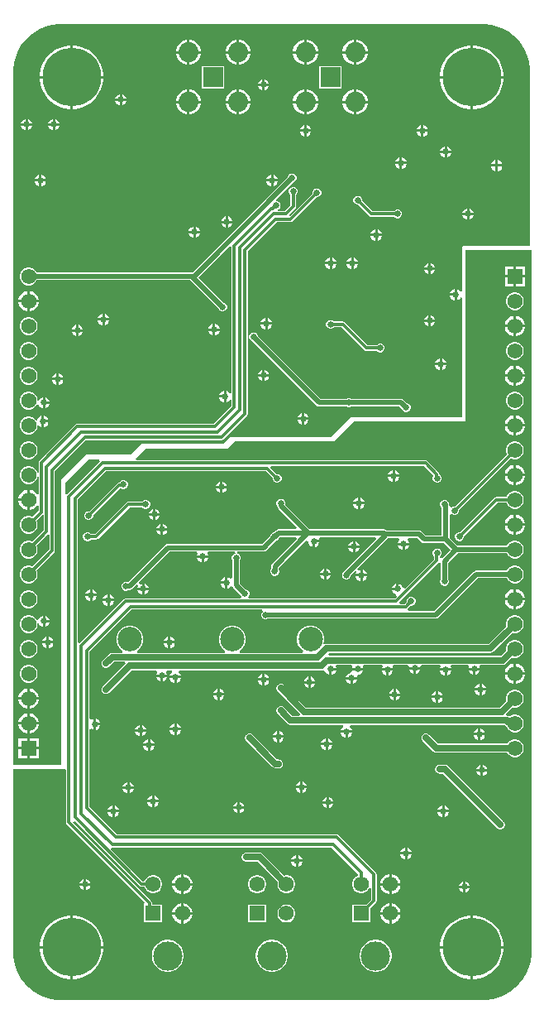
<source format=gbl>
G04*
G04 #@! TF.GenerationSoftware,Altium Limited,Altium Designer,23.0.1 (38)*
G04*
G04 Layer_Physical_Order=4*
G04 Layer_Color=16711680*
%FSLAX44Y44*%
%MOMM*%
G71*
G04*
G04 #@! TF.SameCoordinates,B26DCD0B-EA3B-4DC6-9C7F-F6099DF497CD*
G04*
G04*
G04 #@! TF.FilePolarity,Positive*
G04*
G01*
G75*
%ADD64C,1.5700*%
%ADD68R,1.5700X1.5700*%
%ADD69C,3.0000*%
%ADD74C,0.6350*%
%ADD75C,0.3048*%
%ADD76C,0.5080*%
%ADD77C,0.3448*%
%ADD78C,0.3448*%
%ADD79R,1.5600X1.5600*%
%ADD80C,1.5600*%
%ADD81C,2.5000*%
%ADD82C,2.0500*%
%ADD83R,2.0500X2.0500*%
%ADD84C,6.0000*%
%ADD85C,0.6500*%
G36*
X489698Y998709D02*
X495944Y997078D01*
X501924Y994644D01*
X507534Y991450D01*
X512680Y987550D01*
X517271Y983012D01*
X521231Y977912D01*
X524490Y972339D01*
X526993Y966388D01*
X528697Y960161D01*
X529574Y953765D01*
X529590Y950537D01*
X529590Y950537D01*
X529590Y950537D01*
Y774700D01*
Y774195D01*
X529203Y773261D01*
X528489Y772547D01*
X527555Y772160D01*
X461010D01*
X460762Y772136D01*
X460304Y771946D01*
X459954Y771596D01*
X459764Y771138D01*
X459740Y770890D01*
Y725749D01*
X458470Y725496D01*
X458299Y725910D01*
X456670Y727539D01*
X454660Y728371D01*
Y722630D01*
Y716889D01*
X456670Y717721D01*
X458299Y719350D01*
X458470Y719764D01*
X459740Y719511D01*
Y596900D01*
X345440D01*
X325120Y576580D01*
X222250D01*
X215900Y570230D01*
X132080D01*
X120650Y558800D01*
X74930D01*
X49530Y533400D01*
Y241300D01*
X0D01*
Y949960D01*
Y953206D01*
X847Y959643D01*
X2528Y965915D01*
X5013Y971913D01*
X8259Y977536D01*
X12211Y982687D01*
X16803Y987278D01*
X21953Y991231D01*
X27576Y994477D01*
X33575Y996962D01*
X39846Y998642D01*
X46283Y999490D01*
X49530D01*
X49530Y999490D01*
X480064Y999490D01*
X483292Y999511D01*
X489698Y998709D01*
D02*
G37*
G36*
X530860Y50860D02*
X530860Y47629D01*
X530017Y41223D01*
X528345Y34981D01*
X525872Y29012D01*
X522642Y23416D01*
X518708Y18289D01*
X514139Y13720D01*
X509013Y9787D01*
X503417Y6556D01*
X497447Y4083D01*
X491205Y2411D01*
X484799Y1568D01*
X481568Y1568D01*
X48558D01*
X45380Y1568D01*
X39077Y2398D01*
X32937Y4043D01*
X27064Y6476D01*
X21558Y9655D01*
X16515Y13525D01*
X12019Y18020D01*
X8150Y23063D01*
X4971Y28568D01*
X2538Y34442D01*
X893Y40582D01*
X63Y46885D01*
X63Y50063D01*
X0Y59690D01*
Y237490D01*
X52269D01*
X53340Y237490D01*
X54301Y235856D01*
Y182880D01*
X54301Y182880D01*
X54518Y181790D01*
X55136Y180866D01*
X135199Y100802D01*
X134380Y98770D01*
X134380D01*
Y80530D01*
X152620D01*
Y98770D01*
X142592D01*
Y100287D01*
X142375Y101377D01*
X141758Y102301D01*
X141758Y102301D01*
X61161Y182897D01*
X61249Y183308D01*
X63468Y183963D01*
X129796Y117636D01*
X130720Y117018D01*
X131810Y116801D01*
X131810Y116801D01*
X134822D01*
X135001Y116130D01*
X136202Y114050D01*
X137900Y112352D01*
X139980Y111152D01*
X142299Y110530D01*
X144701D01*
X147020Y111152D01*
X149100Y112352D01*
X150798Y114050D01*
X151999Y116130D01*
X152620Y118449D01*
Y120851D01*
X151999Y123170D01*
X150798Y125250D01*
X149100Y126948D01*
X147020Y128148D01*
X144701Y128770D01*
X142299D01*
X139980Y128148D01*
X137900Y126948D01*
X136202Y125250D01*
X135001Y123170D01*
X134900Y122793D01*
X132919Y122570D01*
X100054Y155435D01*
X101090Y157273D01*
X101600Y157171D01*
X326480D01*
X353396Y130256D01*
X353123Y128187D01*
X352980Y128148D01*
X350900Y126948D01*
X349202Y125250D01*
X348002Y123170D01*
X347380Y120851D01*
Y118449D01*
X348002Y116130D01*
X349202Y114050D01*
X350900Y112352D01*
X352980Y111152D01*
X355299Y110530D01*
X357701D01*
X360020Y111152D01*
X362100Y112352D01*
X363798Y114050D01*
X364697Y115607D01*
X366729Y115063D01*
Y103907D01*
X361591Y98770D01*
X347380D01*
Y80530D01*
X365620D01*
Y94741D01*
X371592Y100713D01*
X371592Y100713D01*
X372209Y101637D01*
X372426Y102727D01*
X372426Y102728D01*
Y129532D01*
X372426Y129532D01*
X372209Y130623D01*
X371592Y131547D01*
X371592Y131547D01*
X333484Y169654D01*
X332560Y170272D01*
X331470Y170489D01*
X331470Y170489D01*
X106590D01*
X78287Y198792D01*
Y277681D01*
X80319Y278523D01*
X80540Y278301D01*
X82550Y277469D01*
Y283210D01*
Y288951D01*
X80540Y288119D01*
X80319Y287897D01*
X78287Y288739D01*
Y357468D01*
X121322Y400503D01*
X255058D01*
X255321Y400034D01*
X255681Y398471D01*
X254740Y397531D01*
X254052Y395869D01*
Y394071D01*
X254740Y392410D01*
X256012Y391138D01*
X257673Y390450D01*
X259471D01*
X261006Y391085D01*
X432920D01*
X434407Y391381D01*
X435667Y392223D01*
X476059Y432615D01*
X505770D01*
X506742Y430931D01*
X508431Y429242D01*
X510499Y428048D01*
X512806Y427430D01*
X515194D01*
X517501Y428048D01*
X519569Y429242D01*
X521258Y430931D01*
X522452Y432999D01*
X523070Y435306D01*
Y437694D01*
X522452Y440001D01*
X521258Y442069D01*
X519569Y443758D01*
X517501Y444952D01*
X515194Y445570D01*
X512806D01*
X510499Y444952D01*
X508431Y443758D01*
X506742Y442069D01*
X505770Y440385D01*
X474450D01*
X472963Y440089D01*
X471703Y439247D01*
X431311Y398855D01*
X405003D01*
X404657Y399268D01*
X404096Y401338D01*
X407179Y404420D01*
X408569D01*
X410230Y405108D01*
X411502Y406380D01*
X412190Y408041D01*
Y409839D01*
X411502Y411501D01*
X410230Y412772D01*
X408569Y413460D01*
X406771D01*
X405109Y412772D01*
X403838Y411501D01*
X403150Y409839D01*
Y408449D01*
X400902Y406201D01*
X396593D01*
X395751Y408233D01*
X436043Y448525D01*
X436507Y448489D01*
X438075Y447854D01*
Y431693D01*
X437440Y430159D01*
Y428361D01*
X438128Y426699D01*
X439399Y425428D01*
X441061Y424740D01*
X442859D01*
X444520Y425428D01*
X445792Y426699D01*
X446480Y428361D01*
Y430159D01*
X445845Y431693D01*
Y448481D01*
X455303Y457939D01*
X455354Y458015D01*
X505770D01*
X506742Y456331D01*
X508431Y454642D01*
X510499Y453448D01*
X512806Y452830D01*
X515194D01*
X517501Y453448D01*
X519569Y454642D01*
X521258Y456331D01*
X522452Y458399D01*
X523070Y460706D01*
Y463094D01*
X522452Y465401D01*
X521258Y467469D01*
X519569Y469158D01*
X517501Y470352D01*
X515194Y470970D01*
X512806D01*
X510499Y470352D01*
X508431Y469158D01*
X506742Y467469D01*
X505770Y465785D01*
X455379D01*
X455303Y465861D01*
X455303Y465861D01*
X447698Y473466D01*
X447062Y475000D01*
X446925Y475138D01*
Y497579D01*
X448957Y498421D01*
X449560Y497818D01*
X451221Y497130D01*
X453019D01*
X454680Y497818D01*
X455952Y499090D01*
X456640Y500751D01*
Y502126D01*
X509905Y555391D01*
X510499Y555048D01*
X512806Y554430D01*
X515194D01*
X517501Y555048D01*
X519569Y556242D01*
X521258Y557931D01*
X522452Y559999D01*
X523070Y562306D01*
Y564694D01*
X522452Y567001D01*
X521258Y569069D01*
X519569Y570758D01*
X517501Y571952D01*
X515194Y572570D01*
X512806D01*
X510499Y571952D01*
X508431Y570758D01*
X506742Y569069D01*
X505548Y567001D01*
X504930Y564694D01*
Y562306D01*
X505548Y559999D01*
X505880Y559424D01*
X452626Y506170D01*
X451221D01*
X449560Y505482D01*
X448957Y504879D01*
X446925Y505721D01*
Y506240D01*
X446629Y507726D01*
X446480Y507949D01*
Y509009D01*
X445792Y510671D01*
X444520Y511942D01*
X442859Y512630D01*
X441061D01*
X439399Y511942D01*
X438128Y510671D01*
X437440Y509009D01*
Y507211D01*
X438128Y505550D01*
X439155Y504522D01*
Y476325D01*
X422497D01*
X418555Y480267D01*
X417295Y481109D01*
X415808Y481405D01*
X382609D01*
X382578Y481436D01*
X381317Y482278D01*
X379831Y482574D01*
X303721D01*
X278572Y507723D01*
X278840Y508371D01*
Y510169D01*
X278152Y511830D01*
X276880Y513102D01*
X275219Y513790D01*
X273421D01*
X271759Y513102D01*
X270488Y511830D01*
X269800Y510169D01*
Y508371D01*
X270488Y506710D01*
X270707Y506490D01*
Y506209D01*
X271003Y504723D01*
X271845Y503463D01*
X290856Y484451D01*
X290079Y482574D01*
X272063D01*
X270577Y482278D01*
X269317Y481436D01*
X267381Y479500D01*
X267071D01*
X265410Y478812D01*
X264138Y477541D01*
X263502Y476006D01*
X255119Y467623D01*
X158938D01*
X157452Y467327D01*
X156192Y466485D01*
X118043Y428336D01*
X117347D01*
X116469Y428700D01*
X114671D01*
X113010Y428012D01*
X111738Y426740D01*
X111050Y425079D01*
Y423281D01*
X111738Y421619D01*
X113010Y420348D01*
X114671Y419660D01*
X116469D01*
X118131Y420348D01*
X118350Y420567D01*
X119652D01*
X121138Y420863D01*
X122399Y421705D01*
X126972Y426278D01*
X128441Y424920D01*
X127609Y422910D01*
X132080D01*
Y427381D01*
X130070Y426549D01*
X128712Y428018D01*
X160547Y459854D01*
X188441D01*
X189400Y457938D01*
X188567Y455928D01*
X200049D01*
X199217Y457938D01*
X200175Y459854D01*
X227487D01*
X227701Y457910D01*
X226040Y457222D01*
X224768Y455951D01*
X224080Y454289D01*
Y452491D01*
X224715Y450957D01*
Y432777D01*
X222683Y431935D01*
X221720Y432899D01*
X219710Y433731D01*
Y427990D01*
Y422249D01*
X221720Y423081D01*
X222883Y424245D01*
X224641Y424012D01*
X224807Y423970D01*
X225110Y423816D01*
X225853Y422703D01*
X233022Y415534D01*
X233658Y413999D01*
X233837Y413821D01*
X232995Y411789D01*
X115570D01*
X114480Y411572D01*
X113556Y410954D01*
X113556Y410954D01*
X68381Y365779D01*
X66349Y366550D01*
Y513170D01*
X95038Y541860D01*
X259292D01*
X265990Y535162D01*
Y533771D01*
X266678Y532109D01*
X267950Y530838D01*
X269611Y530150D01*
X271409D01*
X273071Y530838D01*
X274342Y532109D01*
X275030Y533771D01*
Y535569D01*
X274342Y537230D01*
X273071Y538502D01*
X271409Y539190D01*
X270019D01*
X263793Y545416D01*
X264635Y547448D01*
X421344D01*
X429648Y539143D01*
X430508Y537230D01*
X429820Y535569D01*
Y533771D01*
X430508Y532109D01*
X431780Y530838D01*
X433441Y530150D01*
X435239D01*
X436900Y530838D01*
X438172Y532109D01*
X438860Y533771D01*
Y535569D01*
X438172Y537230D01*
X436900Y538502D01*
X436611Y538622D01*
Y539058D01*
X436611Y539058D01*
X436394Y540148D01*
X435776Y541073D01*
X435776Y541073D01*
X424538Y552311D01*
X423614Y552928D01*
X422524Y553145D01*
X422523Y553145D01*
X126759D01*
X125917Y555177D01*
X135890Y565150D01*
X219710D01*
X227330Y572770D01*
X328930D01*
X349250Y593090D01*
X463550D01*
Y768350D01*
X530860D01*
X530860Y50860D01*
D02*
G37*
G36*
X88907Y551688D02*
X55372Y518153D01*
X54403Y518313D01*
X53340Y518887D01*
Y529590D01*
X77470Y553720D01*
X88065D01*
X88907Y551688D01*
D02*
G37*
G36*
X372183Y472927D02*
X339350Y440093D01*
X339173Y439830D01*
X338826Y439686D01*
X337554Y438414D01*
X336866Y436753D01*
Y434954D01*
X337554Y433293D01*
X338826Y432022D01*
X340487Y431334D01*
X342285D01*
X343947Y432022D01*
X345218Y433293D01*
X345906Y434954D01*
Y435663D01*
X350492Y440248D01*
X351961Y438890D01*
X351129Y436880D01*
X355600D01*
Y441351D01*
X353590Y440519D01*
X352232Y441988D01*
X383747Y473503D01*
X383835Y473635D01*
X395194D01*
X396036Y471603D01*
X395017Y470585D01*
X394185Y468575D01*
X405667D01*
X404835Y470585D01*
X403816Y471603D01*
X404658Y473635D01*
X414199D01*
X418141Y469693D01*
X419401Y468851D01*
X420888Y468555D01*
X440797D01*
X442204Y467972D01*
X448276Y461900D01*
X439650Y453274D01*
X438028Y453602D01*
X437506Y453939D01*
X437346Y455084D01*
X438172Y455910D01*
X438860Y457571D01*
Y459369D01*
X438172Y461031D01*
X436900Y462302D01*
X435239Y462990D01*
X433441D01*
X431780Y462302D01*
X430508Y461031D01*
X429820Y459369D01*
Y457571D01*
X430508Y455910D01*
X431289Y455128D01*
Y451828D01*
X401522Y422061D01*
X399490Y422792D01*
X398609Y424920D01*
X396980Y426549D01*
X394970Y427381D01*
Y421640D01*
X393700D01*
Y420370D01*
X387959D01*
X388791Y418360D01*
X390420Y416731D01*
X392548Y415850D01*
X393279Y413818D01*
X391250Y411789D01*
X241985D01*
X241143Y413821D01*
X241322Y413999D01*
X242010Y415661D01*
Y417459D01*
X241322Y419120D01*
X240051Y420392D01*
X238516Y421028D01*
X232485Y427059D01*
Y450957D01*
X233120Y452491D01*
Y454289D01*
X232432Y455951D01*
X231161Y457222D01*
X229499Y457910D01*
X229713Y459854D01*
X256728D01*
X258215Y460149D01*
X259475Y460992D01*
X268996Y470512D01*
X270530Y471148D01*
X271802Y472420D01*
X272166Y473298D01*
X273673Y474804D01*
X290126D01*
X290903Y472927D01*
X265495Y447519D01*
X264653Y446258D01*
X264357Y444772D01*
Y442200D01*
X264138Y441981D01*
X263450Y440319D01*
Y438521D01*
X264138Y436860D01*
X265410Y435588D01*
X267071Y434900D01*
X268869D01*
X270530Y435588D01*
X271802Y436860D01*
X272490Y438521D01*
Y440319D01*
X272126Y441197D01*
Y443163D01*
X300329Y471365D01*
X302361Y470523D01*
Y469207D01*
X303242Y467079D01*
X304871Y465450D01*
X306881Y464618D01*
Y470359D01*
X308151D01*
Y471629D01*
X313892D01*
X313419Y472772D01*
X314549Y474804D01*
X371406D01*
X372183Y472927D01*
D02*
G37*
%LPC*%
G36*
X352084Y983190D02*
X351670D01*
Y971670D01*
X363190D01*
Y972084D01*
X362318Y975337D01*
X360635Y978253D01*
X358253Y980635D01*
X355337Y982318D01*
X352084Y983190D01*
D02*
G37*
G36*
X301284D02*
X300870D01*
Y971670D01*
X312390D01*
Y972084D01*
X311518Y975337D01*
X309835Y978253D01*
X307453Y980635D01*
X304537Y982318D01*
X301284Y983190D01*
D02*
G37*
G36*
X232084D02*
X231670D01*
Y971670D01*
X243190D01*
Y972084D01*
X242318Y975337D01*
X240634Y978253D01*
X238253Y980635D01*
X235337Y982318D01*
X232084Y983190D01*
D02*
G37*
G36*
X181284D02*
X180870D01*
Y971670D01*
X192390D01*
Y972084D01*
X191518Y975337D01*
X189834Y978253D01*
X187453Y980635D01*
X184537Y982318D01*
X181284Y983190D01*
D02*
G37*
G36*
X349130D02*
X348716D01*
X345463Y982318D01*
X342547Y980635D01*
X340165Y978253D01*
X338482Y975337D01*
X337610Y972084D01*
Y971670D01*
X349130D01*
Y983190D01*
D02*
G37*
G36*
X298330D02*
X297916D01*
X294663Y982318D01*
X291747Y980635D01*
X289366Y978253D01*
X287682Y975337D01*
X286810Y972084D01*
Y971670D01*
X298330D01*
Y983190D01*
D02*
G37*
G36*
X229130D02*
X228716D01*
X225463Y982318D01*
X222547Y980635D01*
X220165Y978253D01*
X218482Y975337D01*
X217610Y972084D01*
Y971670D01*
X229130D01*
Y983190D01*
D02*
G37*
G36*
X178330D02*
X177916D01*
X174663Y982318D01*
X171747Y980635D01*
X169365Y978253D01*
X167682Y975337D01*
X166810Y972084D01*
Y971670D01*
X178330D01*
Y983190D01*
D02*
G37*
G36*
X363190Y969130D02*
X351670D01*
Y957610D01*
X352084D01*
X355337Y958482D01*
X358253Y960165D01*
X360635Y962547D01*
X362318Y965463D01*
X363190Y968716D01*
Y969130D01*
D02*
G37*
G36*
X349130D02*
X337610D01*
Y968716D01*
X338482Y965463D01*
X340165Y962547D01*
X342547Y960165D01*
X345463Y958482D01*
X348716Y957610D01*
X349130D01*
Y969130D01*
D02*
G37*
G36*
X312390D02*
X300870D01*
Y957610D01*
X301284D01*
X304537Y958482D01*
X307453Y960165D01*
X309835Y962547D01*
X311518Y965463D01*
X312390Y968716D01*
Y969130D01*
D02*
G37*
G36*
X298330D02*
X286810D01*
Y968716D01*
X287682Y965463D01*
X289366Y962547D01*
X291747Y960165D01*
X294663Y958482D01*
X297916Y957610D01*
X298330D01*
Y969130D01*
D02*
G37*
G36*
X243190D02*
X231670D01*
Y957610D01*
X232084D01*
X235337Y958482D01*
X238253Y960165D01*
X240634Y962547D01*
X242318Y965463D01*
X243190Y968716D01*
Y969130D01*
D02*
G37*
G36*
X229130D02*
X217610D01*
Y968716D01*
X218482Y965463D01*
X220165Y962547D01*
X222547Y960165D01*
X225463Y958482D01*
X228716Y957610D01*
X229130D01*
Y969130D01*
D02*
G37*
G36*
X192390D02*
X180870D01*
Y957610D01*
X181284D01*
X184537Y958482D01*
X187453Y960165D01*
X189834Y962547D01*
X191518Y965463D01*
X192390Y968716D01*
Y969130D01*
D02*
G37*
G36*
X178330D02*
X166810D01*
Y968716D01*
X167682Y965463D01*
X169365Y962547D01*
X171747Y960165D01*
X174663Y958482D01*
X177916Y957610D01*
X178330D01*
Y969130D01*
D02*
G37*
G36*
X472561Y977540D02*
X471270D01*
Y946270D01*
X502540D01*
Y947561D01*
X501739Y952620D01*
X500156Y957491D01*
X497831Y962055D01*
X494820Y966198D01*
X491198Y969820D01*
X487055Y972831D01*
X482491Y975156D01*
X477620Y976739D01*
X472561Y977540D01*
D02*
G37*
G36*
X468730D02*
X467439D01*
X462380Y976739D01*
X457509Y975156D01*
X452945Y972831D01*
X448802Y969820D01*
X445180Y966198D01*
X442169Y962055D01*
X439844Y957491D01*
X438261Y952620D01*
X437460Y947561D01*
Y946270D01*
X468730D01*
Y977540D01*
D02*
G37*
G36*
X62561D02*
X61270D01*
Y946270D01*
X92540D01*
Y947561D01*
X91739Y952620D01*
X90156Y957491D01*
X87831Y962055D01*
X84820Y966198D01*
X81198Y969820D01*
X77055Y972831D01*
X72491Y975156D01*
X67620Y976739D01*
X62561Y977540D01*
D02*
G37*
G36*
X58730D02*
X57439D01*
X52380Y976739D01*
X47509Y975156D01*
X42945Y972831D01*
X38802Y969820D01*
X35180Y966198D01*
X32169Y962055D01*
X29844Y957491D01*
X28261Y952620D01*
X27460Y947561D01*
Y946270D01*
X58730D01*
Y977540D01*
D02*
G37*
G36*
X257810Y943001D02*
Y938530D01*
X262281D01*
X261449Y940540D01*
X259820Y942169D01*
X257810Y943001D01*
D02*
G37*
G36*
X255270D02*
X253260Y942169D01*
X251631Y940540D01*
X250799Y938530D01*
X255270D01*
Y943001D01*
D02*
G37*
G36*
X336520Y956520D02*
X313480D01*
Y933480D01*
X336520D01*
Y956520D01*
D02*
G37*
G36*
X216520D02*
X193480D01*
Y933480D01*
X216520D01*
Y956520D01*
D02*
G37*
G36*
X262281Y935990D02*
X257810D01*
Y931519D01*
X259820Y932351D01*
X261449Y933980D01*
X262281Y935990D01*
D02*
G37*
G36*
X255270D02*
X250799D01*
X251631Y933980D01*
X253260Y932351D01*
X255270Y931519D01*
Y935990D01*
D02*
G37*
G36*
X111791Y927730D02*
Y923259D01*
X116262D01*
X115429Y925269D01*
X113800Y926898D01*
X111791Y927730D01*
D02*
G37*
G36*
X109251D02*
X107241Y926898D01*
X105612Y925269D01*
X104780Y923259D01*
X109251D01*
Y927730D01*
D02*
G37*
G36*
X352084Y932390D02*
X351670D01*
Y920870D01*
X363190D01*
Y921284D01*
X362318Y924537D01*
X360635Y927453D01*
X358253Y929835D01*
X355337Y931518D01*
X352084Y932390D01*
D02*
G37*
G36*
X301284D02*
X300870D01*
Y920870D01*
X312390D01*
Y921284D01*
X311518Y924537D01*
X309835Y927453D01*
X307453Y929835D01*
X304537Y931518D01*
X301284Y932390D01*
D02*
G37*
G36*
X232084D02*
X231670D01*
Y920870D01*
X243190D01*
Y921284D01*
X242318Y924537D01*
X240634Y927453D01*
X238253Y929835D01*
X235337Y931518D01*
X232084Y932390D01*
D02*
G37*
G36*
X181284D02*
X180870D01*
Y920870D01*
X192390D01*
Y921284D01*
X191518Y924537D01*
X189834Y927453D01*
X187453Y929835D01*
X184537Y931518D01*
X181284Y932390D01*
D02*
G37*
G36*
X349130D02*
X348716D01*
X345463Y931518D01*
X342547Y929835D01*
X340165Y927453D01*
X338482Y924537D01*
X337610Y921284D01*
Y920870D01*
X349130D01*
Y932390D01*
D02*
G37*
G36*
X298330D02*
X297916D01*
X294663Y931518D01*
X291747Y929835D01*
X289366Y927453D01*
X287682Y924537D01*
X286810Y921284D01*
Y920870D01*
X298330D01*
Y932390D01*
D02*
G37*
G36*
X229130D02*
X228716D01*
X225463Y931518D01*
X222547Y929835D01*
X220165Y927453D01*
X218482Y924537D01*
X217610Y921284D01*
Y920870D01*
X229130D01*
Y932390D01*
D02*
G37*
G36*
X178330D02*
X177916D01*
X174663Y931518D01*
X171747Y929835D01*
X169365Y927453D01*
X167682Y924537D01*
X166810Y921284D01*
Y920870D01*
X178330D01*
Y932390D01*
D02*
G37*
G36*
X116262Y920719D02*
X111791D01*
Y916248D01*
X113800Y917081D01*
X115429Y918709D01*
X116262Y920719D01*
D02*
G37*
G36*
X109251D02*
X104780D01*
X105612Y918709D01*
X107241Y917081D01*
X109251Y916248D01*
Y920719D01*
D02*
G37*
G36*
X502540Y943730D02*
X471270D01*
Y912460D01*
X472561D01*
X477620Y913261D01*
X482491Y914844D01*
X487055Y917169D01*
X491198Y920180D01*
X494820Y923802D01*
X497831Y927945D01*
X500156Y932509D01*
X501739Y937380D01*
X502540Y942439D01*
Y943730D01*
D02*
G37*
G36*
X468730D02*
X437460D01*
Y942439D01*
X438261Y937380D01*
X439844Y932509D01*
X442169Y927945D01*
X445180Y923802D01*
X448802Y920180D01*
X452945Y917169D01*
X457509Y914844D01*
X462380Y913261D01*
X467439Y912460D01*
X468730D01*
Y943730D01*
D02*
G37*
G36*
X92540D02*
X61270D01*
Y912460D01*
X62561D01*
X67620Y913261D01*
X72491Y914844D01*
X77055Y917169D01*
X81198Y920180D01*
X84820Y923802D01*
X87831Y927945D01*
X90156Y932509D01*
X91739Y937380D01*
X92540Y942439D01*
Y943730D01*
D02*
G37*
G36*
X58730D02*
X27460D01*
Y942439D01*
X28261Y937380D01*
X29844Y932509D01*
X32169Y927945D01*
X35180Y923802D01*
X38802Y920180D01*
X42945Y917169D01*
X47509Y914844D01*
X52380Y913261D01*
X57439Y912460D01*
X58730D01*
Y943730D01*
D02*
G37*
G36*
X363190Y918330D02*
X351670D01*
Y906810D01*
X352084D01*
X355337Y907682D01*
X358253Y909365D01*
X360635Y911747D01*
X362318Y914663D01*
X363190Y917916D01*
Y918330D01*
D02*
G37*
G36*
X349130D02*
X337610D01*
Y917916D01*
X338482Y914663D01*
X340165Y911747D01*
X342547Y909365D01*
X345463Y907682D01*
X348716Y906810D01*
X349130D01*
Y918330D01*
D02*
G37*
G36*
X312390D02*
X300870D01*
Y906810D01*
X301284D01*
X304537Y907682D01*
X307453Y909365D01*
X309835Y911747D01*
X311518Y914663D01*
X312390Y917916D01*
Y918330D01*
D02*
G37*
G36*
X298330D02*
X286810D01*
Y917916D01*
X287682Y914663D01*
X289366Y911747D01*
X291747Y909365D01*
X294663Y907682D01*
X297916Y906810D01*
X298330D01*
Y918330D01*
D02*
G37*
G36*
X243190D02*
X231670D01*
Y906810D01*
X232084D01*
X235337Y907682D01*
X238253Y909365D01*
X240634Y911747D01*
X242318Y914663D01*
X243190Y917916D01*
Y918330D01*
D02*
G37*
G36*
X229130D02*
X217610D01*
Y917916D01*
X218482Y914663D01*
X220165Y911747D01*
X222547Y909365D01*
X225463Y907682D01*
X228716Y906810D01*
X229130D01*
Y918330D01*
D02*
G37*
G36*
X192390D02*
X180870D01*
Y906810D01*
X181284D01*
X184537Y907682D01*
X187453Y909365D01*
X189834Y911747D01*
X191518Y914663D01*
X192390Y917916D01*
Y918330D01*
D02*
G37*
G36*
X178330D02*
X166810D01*
Y917916D01*
X167682Y914663D01*
X169365Y911747D01*
X171747Y909365D01*
X174663Y907682D01*
X177916Y906810D01*
X178330D01*
Y918330D01*
D02*
G37*
G36*
X43180Y902361D02*
Y897890D01*
X47651D01*
X46819Y899900D01*
X45190Y901529D01*
X43180Y902361D01*
D02*
G37*
G36*
X40640D02*
X38630Y901529D01*
X37001Y899900D01*
X36169Y897890D01*
X40640D01*
Y902361D01*
D02*
G37*
G36*
X15240D02*
Y897890D01*
X19711D01*
X18879Y899900D01*
X17250Y901529D01*
X15240Y902361D01*
D02*
G37*
G36*
X12700D02*
X10690Y901529D01*
X9061Y899900D01*
X8229Y897890D01*
X12700D01*
Y902361D01*
D02*
G37*
G36*
X300990Y896011D02*
Y891540D01*
X305461D01*
X304629Y893550D01*
X303000Y895179D01*
X300990Y896011D01*
D02*
G37*
G36*
X298450D02*
X296440Y895179D01*
X294811Y893550D01*
X293979Y891540D01*
X298450D01*
Y896011D01*
D02*
G37*
G36*
X420401Y895981D02*
Y891509D01*
X424872D01*
X424039Y893519D01*
X422411Y895148D01*
X420401Y895981D01*
D02*
G37*
G36*
X417861D02*
X415851Y895148D01*
X414222Y893519D01*
X413390Y891509D01*
X417861D01*
Y895981D01*
D02*
G37*
G36*
X47651Y895350D02*
X43180D01*
Y890879D01*
X45190Y891711D01*
X46819Y893340D01*
X47651Y895350D01*
D02*
G37*
G36*
X40640D02*
X36169D01*
X37001Y893340D01*
X38630Y891711D01*
X40640Y890879D01*
Y895350D01*
D02*
G37*
G36*
X19711D02*
X15240D01*
Y890879D01*
X17250Y891711D01*
X18879Y893340D01*
X19711Y895350D01*
D02*
G37*
G36*
X12700D02*
X8229D01*
X9061Y893340D01*
X10690Y891711D01*
X12700Y890879D01*
Y895350D01*
D02*
G37*
G36*
X305461Y889000D02*
X300990D01*
Y884529D01*
X303000Y885361D01*
X304629Y886990D01*
X305461Y889000D01*
D02*
G37*
G36*
X298450D02*
X293979D01*
X294811Y886990D01*
X296440Y885361D01*
X298450Y884529D01*
Y889000D01*
D02*
G37*
G36*
X424872Y888969D02*
X420401D01*
Y884498D01*
X422411Y885331D01*
X424039Y886960D01*
X424872Y888969D01*
D02*
G37*
G36*
X417861D02*
X413390D01*
X414222Y886960D01*
X415851Y885331D01*
X417861Y884498D01*
Y888969D01*
D02*
G37*
G36*
X444500Y874421D02*
Y869950D01*
X448971D01*
X448139Y871960D01*
X446510Y873589D01*
X444500Y874421D01*
D02*
G37*
G36*
X441960D02*
X439950Y873589D01*
X438321Y871960D01*
X437489Y869950D01*
X441960D01*
Y874421D01*
D02*
G37*
G36*
X448971Y867410D02*
X444500D01*
Y862939D01*
X446510Y863771D01*
X448139Y865400D01*
X448971Y867410D01*
D02*
G37*
G36*
X441960D02*
X437489D01*
X438321Y865400D01*
X439950Y863771D01*
X441960Y862939D01*
Y867410D01*
D02*
G37*
G36*
X398620Y862981D02*
Y858510D01*
X403091D01*
X402259Y860520D01*
X400630Y862149D01*
X398620Y862981D01*
D02*
G37*
G36*
X396080D02*
X394070Y862149D01*
X392441Y860520D01*
X391609Y858510D01*
X396080D01*
Y862981D01*
D02*
G37*
G36*
X496601Y860421D02*
Y855949D01*
X501072D01*
X500239Y857959D01*
X498610Y859588D01*
X496601Y860421D01*
D02*
G37*
G36*
X494061D02*
X492051Y859588D01*
X490422Y857959D01*
X489590Y855949D01*
X494061D01*
Y860421D01*
D02*
G37*
G36*
X403091Y855970D02*
X398620D01*
Y851499D01*
X400630Y852331D01*
X402259Y853960D01*
X403091Y855970D01*
D02*
G37*
G36*
X396080D02*
X391609D01*
X392441Y853960D01*
X394070Y852331D01*
X396080Y851499D01*
Y855970D01*
D02*
G37*
G36*
X501072Y853409D02*
X496601D01*
Y848938D01*
X498610Y849771D01*
X500239Y851400D01*
X501072Y853409D01*
D02*
G37*
G36*
X494061D02*
X489590D01*
X490422Y851400D01*
X492051Y849771D01*
X494061Y848938D01*
Y853409D01*
D02*
G37*
G36*
X266731Y845181D02*
Y840709D01*
X271202D01*
X270369Y842719D01*
X268741Y844348D01*
X266731Y845181D01*
D02*
G37*
G36*
X264191D02*
X262181Y844348D01*
X260552Y842719D01*
X259720Y840709D01*
X264191D01*
Y845181D01*
D02*
G37*
G36*
X29241D02*
Y840709D01*
X33712D01*
X32879Y842719D01*
X31251Y844348D01*
X29241Y845181D01*
D02*
G37*
G36*
X26701D02*
X24691Y844348D01*
X23062Y842719D01*
X22229Y840709D01*
X26701D01*
Y845181D01*
D02*
G37*
G36*
X271202Y838169D02*
X266731D01*
Y833698D01*
X268741Y834531D01*
X270369Y836160D01*
X271202Y838169D01*
D02*
G37*
G36*
X264191D02*
X259720D01*
X260552Y836160D01*
X262181Y834531D01*
X264191Y833698D01*
Y838169D01*
D02*
G37*
G36*
X33712D02*
X29241D01*
Y833698D01*
X31251Y834531D01*
X32879Y836160D01*
X33712Y838169D01*
D02*
G37*
G36*
X26701D02*
X22229D01*
X23062Y836160D01*
X24691Y834531D01*
X26701Y833698D01*
Y838169D01*
D02*
G37*
G36*
X467360Y810921D02*
Y806450D01*
X471831D01*
X470999Y808460D01*
X469370Y810089D01*
X467360Y810921D01*
D02*
G37*
G36*
X464820D02*
X462810Y810089D01*
X461181Y808460D01*
X460349Y806450D01*
X464820D01*
Y810921D01*
D02*
G37*
G36*
X353959Y823670D02*
X352161D01*
X350499Y822982D01*
X349228Y821711D01*
X348540Y820049D01*
Y818251D01*
X349228Y816590D01*
X350499Y815318D01*
X352161Y814630D01*
X353263D01*
X364871Y803021D01*
X365862Y802360D01*
X367030Y802128D01*
X390360D01*
X391139Y801348D01*
X392801Y800660D01*
X394599D01*
X396260Y801348D01*
X397532Y802619D01*
X398220Y804281D01*
Y806079D01*
X397532Y807740D01*
X396260Y809012D01*
X394599Y809700D01*
X392801D01*
X391139Y809012D01*
X390360Y808232D01*
X368294D01*
X357580Y818947D01*
Y820049D01*
X356892Y821711D01*
X355620Y822982D01*
X353959Y823670D01*
D02*
G37*
G36*
X471831Y803910D02*
X467360D01*
Y799439D01*
X469370Y800271D01*
X470999Y801900D01*
X471831Y803910D01*
D02*
G37*
G36*
X464820D02*
X460349D01*
X461181Y801900D01*
X462810Y800271D01*
X464820Y799439D01*
Y803910D01*
D02*
G37*
G36*
X220320Y802691D02*
Y798220D01*
X224791D01*
X223959Y800230D01*
X222330Y801859D01*
X220320Y802691D01*
D02*
G37*
G36*
X217780D02*
X215770Y801859D01*
X214141Y800230D01*
X213309Y798220D01*
X217780D01*
Y802691D01*
D02*
G37*
G36*
X286649Y846530D02*
X284851D01*
X283190Y845842D01*
X281918Y844570D01*
X281230Y842909D01*
Y842604D01*
X183811Y745185D01*
X24230D01*
X23258Y746869D01*
X21569Y748558D01*
X19501Y749752D01*
X17194Y750370D01*
X14806D01*
X12499Y749752D01*
X10431Y748558D01*
X8742Y746869D01*
X7548Y744801D01*
X6930Y742494D01*
Y740106D01*
X7548Y737799D01*
X8742Y735731D01*
X10431Y734042D01*
X12499Y732848D01*
X14806Y732230D01*
X17194D01*
X19501Y732848D01*
X21569Y734042D01*
X23258Y735731D01*
X24230Y737415D01*
X181651D01*
X210162Y708904D01*
X210798Y707370D01*
X212069Y706098D01*
X213731Y705410D01*
X215529D01*
X217190Y706098D01*
X218462Y707370D01*
X219150Y709031D01*
Y710829D01*
X218462Y712490D01*
X217190Y713762D01*
X215656Y714398D01*
X189834Y740220D01*
X222195Y772581D01*
X223465Y772056D01*
Y621784D01*
X222195Y621532D01*
X222109Y621739D01*
X220480Y623368D01*
X218471Y624201D01*
Y618459D01*
Y612718D01*
X220480Y613551D01*
X222109Y615179D01*
X222195Y615387D01*
X223465Y615134D01*
Y608494D01*
X205576Y590605D01*
X65786D01*
X65786Y590605D01*
X64696Y590388D01*
X63772Y589770D01*
X63772Y589770D01*
X26942Y552940D01*
X26324Y552016D01*
X26107Y550926D01*
X26107Y550926D01*
Y540330D01*
X24837Y540163D01*
X24452Y541601D01*
X23258Y543669D01*
X21569Y545358D01*
X19501Y546552D01*
X17194Y547170D01*
X14806D01*
X12499Y546552D01*
X10431Y545358D01*
X8742Y543669D01*
X7548Y541601D01*
X6930Y539294D01*
Y536906D01*
X7548Y534599D01*
X8742Y532531D01*
X10431Y530842D01*
X12499Y529648D01*
X14806Y529030D01*
X17194D01*
X19501Y529648D01*
X21569Y530842D01*
X23258Y532531D01*
X24452Y534599D01*
X24837Y536037D01*
X26107Y535870D01*
Y518414D01*
X24837Y518073D01*
X24274Y519049D01*
X22349Y520974D01*
X19991Y522335D01*
X17361Y523040D01*
X17270D01*
Y512700D01*
Y502360D01*
X17361D01*
X19991Y503065D01*
X22349Y504426D01*
X24274Y506351D01*
X24837Y507327D01*
X26107Y506986D01*
Y501436D01*
X20086Y495414D01*
X19501Y495752D01*
X17194Y496370D01*
X14806D01*
X12499Y495752D01*
X10431Y494558D01*
X8742Y492869D01*
X7548Y490801D01*
X6930Y488494D01*
Y486106D01*
X7548Y483799D01*
X8742Y481731D01*
X10431Y480042D01*
X12499Y478848D01*
X14806Y478230D01*
X17194D01*
X19501Y478848D01*
X21569Y480042D01*
X23258Y481731D01*
X24452Y483799D01*
X25070Y486106D01*
Y488494D01*
X24452Y490801D01*
X24114Y491386D01*
X30425Y497696D01*
X31695Y497170D01*
Y481624D01*
X20086Y470014D01*
X19501Y470352D01*
X17194Y470970D01*
X14806D01*
X12499Y470352D01*
X10431Y469158D01*
X8742Y467469D01*
X7548Y465401D01*
X6930Y463094D01*
Y460706D01*
X7548Y458399D01*
X8742Y456331D01*
X10431Y454642D01*
X12499Y453448D01*
X14806Y452830D01*
X17194D01*
X19501Y453448D01*
X21569Y454642D01*
X23258Y456331D01*
X24452Y458399D01*
X25070Y460706D01*
Y463094D01*
X24452Y465401D01*
X24114Y465986D01*
X36013Y477884D01*
X37283Y477359D01*
Y461812D01*
X20086Y444614D01*
X19501Y444952D01*
X17194Y445570D01*
X14806D01*
X12499Y444952D01*
X10431Y443758D01*
X8742Y442069D01*
X7548Y440001D01*
X6930Y437694D01*
Y435306D01*
X7548Y432999D01*
X8742Y430931D01*
X10431Y429242D01*
X12499Y428048D01*
X14806Y427430D01*
X17194D01*
X19501Y428048D01*
X21569Y429242D01*
X23258Y430931D01*
X24452Y432999D01*
X25070Y435306D01*
Y437694D01*
X24452Y440001D01*
X24114Y440586D01*
X42146Y458618D01*
X42146Y458618D01*
X42764Y459542D01*
X42981Y460632D01*
X42981Y460632D01*
Y541872D01*
X74840Y573731D01*
X213360D01*
X213360Y573731D01*
X214450Y573948D01*
X215374Y574566D01*
X239504Y598696D01*
X239504Y598696D01*
X240122Y599620D01*
X240339Y600710D01*
X240339Y600710D01*
Y767045D01*
X270144Y796851D01*
X284250D01*
X284250Y796851D01*
X285340Y797068D01*
X286264Y797685D01*
X310829Y822250D01*
X312049D01*
X313710Y822938D01*
X314982Y824210D01*
X315670Y825871D01*
Y827669D01*
X314982Y829331D01*
X313710Y830602D01*
X312049Y831290D01*
X310251D01*
X308589Y830602D01*
X307318Y829331D01*
X306630Y827669D01*
Y826108D01*
X283705Y803184D01*
X283307Y803263D01*
X282889Y804641D01*
X289034Y810786D01*
X289034Y810786D01*
X289652Y811710D01*
X289869Y812800D01*
X289869Y812800D01*
Y824496D01*
X290852Y825480D01*
X291540Y827141D01*
Y828939D01*
X290852Y830601D01*
X289580Y831872D01*
X287919Y832560D01*
X286121D01*
X284459Y831872D01*
X283188Y830601D01*
X282500Y828939D01*
Y827141D01*
X283188Y825480D01*
X284171Y824496D01*
Y813980D01*
X278328Y808136D01*
X271293D01*
X271040Y809406D01*
X272166Y809873D01*
X273437Y811144D01*
X274125Y812805D01*
Y814604D01*
X273437Y816265D01*
X272166Y817537D01*
X270504Y818225D01*
X269635D01*
X269109Y819495D01*
X287425Y837811D01*
X288311Y838178D01*
X289582Y839449D01*
X290270Y841111D01*
Y842909D01*
X289582Y844570D01*
X288311Y845842D01*
X286649Y846530D01*
D02*
G37*
G36*
X224791Y795680D02*
X220320D01*
Y791209D01*
X222330Y792041D01*
X223959Y793670D01*
X224791Y795680D01*
D02*
G37*
G36*
X217780D02*
X213309D01*
X214141Y793670D01*
X215770Y792041D01*
X217780Y791209D01*
Y795680D01*
D02*
G37*
G36*
X187160Y792341D02*
Y787870D01*
X191631D01*
X190799Y789880D01*
X189170Y791509D01*
X187160Y792341D01*
D02*
G37*
G36*
X184620D02*
X182610Y791509D01*
X180981Y789880D01*
X180149Y787870D01*
X184620D01*
Y792341D01*
D02*
G37*
G36*
X373380Y789331D02*
Y784860D01*
X377851D01*
X377019Y786870D01*
X375390Y788499D01*
X373380Y789331D01*
D02*
G37*
G36*
X370840D02*
X368830Y788499D01*
X367201Y786870D01*
X366369Y784860D01*
X370840D01*
Y789331D01*
D02*
G37*
G36*
X191631Y785330D02*
X187160D01*
Y780859D01*
X189170Y781691D01*
X190799Y783320D01*
X191631Y785330D01*
D02*
G37*
G36*
X184620D02*
X180149D01*
X180981Y783320D01*
X182610Y781691D01*
X184620Y780859D01*
Y785330D01*
D02*
G37*
G36*
X377851Y782320D02*
X373380D01*
Y777849D01*
X375390Y778681D01*
X377019Y780310D01*
X377851Y782320D01*
D02*
G37*
G36*
X370840D02*
X366369D01*
X367201Y780310D01*
X368830Y778681D01*
X370840Y777849D01*
Y782320D01*
D02*
G37*
G36*
X348800Y760571D02*
Y756100D01*
X353271D01*
X352439Y758110D01*
X350810Y759739D01*
X348800Y760571D01*
D02*
G37*
G36*
X346260D02*
X344250Y759739D01*
X342621Y758110D01*
X341789Y756100D01*
X346260D01*
Y760571D01*
D02*
G37*
G36*
X326800Y760531D02*
Y756060D01*
X331271D01*
X330439Y758070D01*
X328810Y759699D01*
X326800Y760531D01*
D02*
G37*
G36*
X324260D02*
X322250Y759699D01*
X320621Y758070D01*
X319789Y756060D01*
X324260D01*
Y760531D01*
D02*
G37*
G36*
X427990Y755041D02*
Y750570D01*
X432461D01*
X431629Y752580D01*
X430000Y754209D01*
X427990Y755041D01*
D02*
G37*
G36*
X425450D02*
X423440Y754209D01*
X421811Y752580D01*
X420979Y750570D01*
X425450D01*
Y755041D01*
D02*
G37*
G36*
X353271Y753560D02*
X348800D01*
Y749089D01*
X350810Y749921D01*
X352439Y751550D01*
X353271Y753560D01*
D02*
G37*
G36*
X346260D02*
X341789D01*
X342621Y751550D01*
X344250Y749921D01*
X346260Y749089D01*
Y753560D01*
D02*
G37*
G36*
X331271Y753520D02*
X326800D01*
Y749049D01*
X328810Y749881D01*
X330439Y751510D01*
X331271Y753520D01*
D02*
G37*
G36*
X324260D02*
X319789D01*
X320621Y751510D01*
X322250Y749881D01*
X324260Y749049D01*
Y753520D01*
D02*
G37*
G36*
X432461Y748030D02*
X427990D01*
Y743559D01*
X430000Y744391D01*
X431629Y746020D01*
X432461Y748030D01*
D02*
G37*
G36*
X425450D02*
X420979D01*
X421811Y746020D01*
X423440Y744391D01*
X425450Y743559D01*
Y748030D01*
D02*
G37*
G36*
X452120Y728371D02*
X450110Y727539D01*
X448481Y725910D01*
X447649Y723900D01*
X452120D01*
Y728371D01*
D02*
G37*
G36*
X17361Y726240D02*
X17270D01*
Y717170D01*
X26340D01*
Y717261D01*
X25635Y719891D01*
X24274Y722249D01*
X22349Y724174D01*
X19991Y725535D01*
X17361Y726240D01*
D02*
G37*
G36*
X14730D02*
X14639D01*
X12009Y725535D01*
X9651Y724174D01*
X7726Y722249D01*
X6365Y719891D01*
X5660Y717261D01*
Y717170D01*
X14730D01*
Y726240D01*
D02*
G37*
G36*
X452120Y721360D02*
X447649D01*
X448481Y719350D01*
X450110Y717721D01*
X452120Y716889D01*
Y721360D01*
D02*
G37*
G36*
X26340Y714630D02*
X17270D01*
Y705560D01*
X17361D01*
X19991Y706265D01*
X22349Y707626D01*
X24274Y709551D01*
X25635Y711909D01*
X26340Y714539D01*
Y714630D01*
D02*
G37*
G36*
X14730D02*
X5660D01*
Y714539D01*
X6365Y711909D01*
X7726Y709551D01*
X9651Y707626D01*
X12009Y706265D01*
X14639Y705560D01*
X14730D01*
Y714630D01*
D02*
G37*
G36*
X94011Y702941D02*
Y698469D01*
X98482D01*
X97649Y700479D01*
X96020Y702108D01*
X94011Y702941D01*
D02*
G37*
G36*
X91471D02*
X89461Y702108D01*
X87832Y700479D01*
X87000Y698469D01*
X91471D01*
Y702941D01*
D02*
G37*
G36*
X427990Y701701D02*
Y697230D01*
X432461D01*
X431629Y699240D01*
X430000Y700869D01*
X427990Y701701D01*
D02*
G37*
G36*
X425450D02*
X423440Y700869D01*
X421811Y699240D01*
X420979Y697230D01*
X425450D01*
Y701701D01*
D02*
G37*
G36*
X260800Y698711D02*
Y694240D01*
X265271D01*
X264439Y696250D01*
X262810Y697879D01*
X260800Y698711D01*
D02*
G37*
G36*
X258260D02*
X256250Y697879D01*
X254621Y696250D01*
X253789Y694240D01*
X258260D01*
Y698711D01*
D02*
G37*
G36*
X98482Y695929D02*
X94011D01*
Y691458D01*
X96020Y692291D01*
X97649Y693920D01*
X98482Y695929D01*
D02*
G37*
G36*
X91471D02*
X87000D01*
X87832Y693920D01*
X89461Y692291D01*
X91471Y691458D01*
Y695929D01*
D02*
G37*
G36*
X432461Y694690D02*
X427990D01*
Y690219D01*
X430000Y691051D01*
X431629Y692680D01*
X432461Y694690D01*
D02*
G37*
G36*
X425450D02*
X420979D01*
X421811Y692680D01*
X423440Y691051D01*
X425450Y690219D01*
Y694690D01*
D02*
G37*
G36*
X207160Y692661D02*
Y688190D01*
X211631D01*
X210799Y690200D01*
X209170Y691829D01*
X207160Y692661D01*
D02*
G37*
G36*
X204620D02*
X202610Y691829D01*
X200981Y690200D01*
X200149Y688190D01*
X204620D01*
Y692661D01*
D02*
G37*
G36*
X265271Y691700D02*
X260800D01*
Y687229D01*
X262810Y688061D01*
X264439Y689690D01*
X265271Y691700D01*
D02*
G37*
G36*
X258260D02*
X253789D01*
X254621Y689690D01*
X256250Y688061D01*
X258260Y687229D01*
Y691700D01*
D02*
G37*
G36*
X67160Y691691D02*
Y687220D01*
X71631D01*
X70799Y689230D01*
X69170Y690859D01*
X67160Y691691D01*
D02*
G37*
G36*
X64620D02*
X62610Y690859D01*
X60981Y689230D01*
X60149Y687220D01*
X64620D01*
Y691691D01*
D02*
G37*
G36*
X17194Y699570D02*
X14806D01*
X12499Y698952D01*
X10431Y697758D01*
X8742Y696069D01*
X7548Y694001D01*
X6930Y691694D01*
Y689306D01*
X7548Y686999D01*
X8742Y684931D01*
X10431Y683242D01*
X12499Y682048D01*
X14806Y681430D01*
X17194D01*
X19501Y682048D01*
X21569Y683242D01*
X23258Y684931D01*
X24452Y686999D01*
X25070Y689306D01*
Y691694D01*
X24452Y694001D01*
X23258Y696069D01*
X21569Y697758D01*
X19501Y698952D01*
X17194Y699570D01*
D02*
G37*
G36*
X211631Y685650D02*
X207160D01*
Y681179D01*
X209170Y682011D01*
X210799Y683640D01*
X211631Y685650D01*
D02*
G37*
G36*
X204620D02*
X200149D01*
X200981Y683640D01*
X202610Y682011D01*
X204620Y681179D01*
Y685650D01*
D02*
G37*
G36*
X71631Y684680D02*
X67160D01*
Y680209D01*
X69170Y681041D01*
X70799Y682670D01*
X71631Y684680D01*
D02*
G37*
G36*
X64620D02*
X60149D01*
X60981Y682670D01*
X62610Y681041D01*
X64620Y680209D01*
Y684680D01*
D02*
G37*
G36*
X326019Y696670D02*
X324221D01*
X322560Y695982D01*
X321288Y694710D01*
X320600Y693049D01*
Y691251D01*
X321288Y689589D01*
X322560Y688318D01*
X324221Y687630D01*
X326019D01*
X327681Y688318D01*
X328460Y689097D01*
X336556D01*
X359791Y665862D01*
X360782Y665200D01*
X361950Y664967D01*
X372580D01*
X373359Y664188D01*
X375021Y663500D01*
X376819D01*
X378480Y664188D01*
X379752Y665460D01*
X380440Y667121D01*
Y668919D01*
X379752Y670581D01*
X378480Y671852D01*
X376819Y672540D01*
X375021D01*
X373359Y671852D01*
X372580Y671073D01*
X363214D01*
X339978Y694308D01*
X338988Y694970D01*
X337820Y695203D01*
X328460D01*
X327681Y695982D01*
X326019Y696670D01*
D02*
G37*
G36*
X17194Y674170D02*
X14806D01*
X12499Y673552D01*
X10431Y672358D01*
X8742Y670669D01*
X7548Y668601D01*
X6930Y666294D01*
Y663906D01*
X7548Y661599D01*
X8742Y659531D01*
X10431Y657842D01*
X12499Y656648D01*
X14806Y656030D01*
X17194D01*
X19501Y656648D01*
X21569Y657842D01*
X23258Y659531D01*
X24452Y661599D01*
X25070Y663906D01*
Y666294D01*
X24452Y668601D01*
X23258Y670669D01*
X21569Y672358D01*
X19501Y673552D01*
X17194Y674170D01*
D02*
G37*
G36*
X439420Y657251D02*
Y652780D01*
X443891D01*
X443059Y654790D01*
X441430Y656419D01*
X439420Y657251D01*
D02*
G37*
G36*
X436880D02*
X434870Y656419D01*
X433241Y654790D01*
X432409Y652780D01*
X436880D01*
Y657251D01*
D02*
G37*
G36*
X443891Y650240D02*
X439420D01*
Y645769D01*
X441430Y646601D01*
X443059Y648230D01*
X443891Y650240D01*
D02*
G37*
G36*
X436880D02*
X432409D01*
X433241Y648230D01*
X434870Y646601D01*
X436880Y645769D01*
Y650240D01*
D02*
G37*
G36*
X257841Y645790D02*
Y641319D01*
X262312D01*
X261479Y643329D01*
X259851Y644958D01*
X257841Y645790D01*
D02*
G37*
G36*
X255301D02*
X253291Y644958D01*
X251662Y643329D01*
X250830Y641319D01*
X255301D01*
Y645790D01*
D02*
G37*
G36*
X47021Y641981D02*
Y637509D01*
X51492D01*
X50659Y639519D01*
X49030Y641148D01*
X47021Y641981D01*
D02*
G37*
G36*
X44481D02*
X42471Y641148D01*
X40842Y639519D01*
X40009Y637509D01*
X44481D01*
Y641981D01*
D02*
G37*
G36*
X262312Y638779D02*
X257841D01*
Y634308D01*
X259851Y635141D01*
X261479Y636769D01*
X262312Y638779D01*
D02*
G37*
G36*
X255301D02*
X250830D01*
X251662Y636769D01*
X253291Y635141D01*
X255301Y634308D01*
Y638779D01*
D02*
G37*
G36*
X17194Y648770D02*
X14806D01*
X12499Y648152D01*
X10431Y646958D01*
X8742Y645269D01*
X7548Y643201D01*
X6930Y640894D01*
Y638506D01*
X7548Y636199D01*
X8742Y634131D01*
X10431Y632442D01*
X12499Y631248D01*
X14806Y630630D01*
X17194D01*
X19501Y631248D01*
X21569Y632442D01*
X23258Y634131D01*
X24452Y636199D01*
X25070Y638506D01*
Y640894D01*
X24452Y643201D01*
X23258Y645269D01*
X21569Y646958D01*
X19501Y648152D01*
X17194Y648770D01*
D02*
G37*
G36*
X51492Y634969D02*
X47021D01*
Y630498D01*
X49030Y631331D01*
X50659Y632960D01*
X51492Y634969D01*
D02*
G37*
G36*
X44481D02*
X40009D01*
X40842Y632960D01*
X42471Y631331D01*
X44481Y630498D01*
Y634969D01*
D02*
G37*
G36*
X215931Y624201D02*
X213921Y623368D01*
X212292Y621739D01*
X211460Y619729D01*
X215931D01*
Y624201D01*
D02*
G37*
G36*
X33051Y617850D02*
Y613379D01*
X37522D01*
X36689Y615389D01*
X35061Y617018D01*
X33051Y617850D01*
D02*
G37*
G36*
X215931Y617189D02*
X211460D01*
X212292Y615179D01*
X213921Y613551D01*
X215931Y612718D01*
Y617189D01*
D02*
G37*
G36*
X37522Y610839D02*
X33051D01*
Y606368D01*
X35061Y607201D01*
X36689Y608829D01*
X37522Y610839D01*
D02*
G37*
G36*
X17194Y623370D02*
X14806D01*
X12499Y622752D01*
X10431Y621558D01*
X8742Y619869D01*
X7548Y617801D01*
X6930Y615494D01*
Y613106D01*
X7548Y610799D01*
X8742Y608731D01*
X10431Y607042D01*
X12499Y605848D01*
X14806Y605230D01*
X17194D01*
X19501Y605848D01*
X21569Y607042D01*
X23258Y608731D01*
X24452Y610799D01*
X24720Y611801D01*
X25991Y611634D01*
Y610958D01*
X26872Y608829D01*
X28501Y607201D01*
X30511Y606368D01*
Y612109D01*
Y617850D01*
X28501Y617018D01*
X26872Y615389D01*
X26340Y614105D01*
X25070Y614357D01*
Y615494D01*
X24452Y617801D01*
X23258Y619869D01*
X21569Y621558D01*
X19501Y622752D01*
X17194Y623370D01*
D02*
G37*
G36*
X247279Y683970D02*
X245481D01*
X243820Y683282D01*
X242548Y682010D01*
X241860Y680349D01*
Y678551D01*
X242548Y676889D01*
X243820Y675618D01*
X245354Y674982D01*
X310943Y609393D01*
X312203Y608551D01*
X313690Y608255D01*
X341737D01*
X343271Y607620D01*
X345069D01*
X346603Y608255D01*
X395517D01*
X398394Y605378D01*
X398758Y604500D01*
X400029Y603228D01*
X401691Y602540D01*
X403489D01*
X405150Y603228D01*
X406422Y604500D01*
X407110Y606161D01*
Y607959D01*
X406422Y609621D01*
X405150Y610892D01*
X403489Y611580D01*
X403179D01*
X399873Y614887D01*
X398612Y615729D01*
X397126Y616025D01*
X346603D01*
X345069Y616660D01*
X343271D01*
X341737Y616025D01*
X315299D01*
X250848Y680476D01*
X250212Y682010D01*
X248941Y683282D01*
X247279Y683970D01*
D02*
G37*
G36*
X298450Y601371D02*
Y596900D01*
X302921D01*
X302089Y598910D01*
X300460Y600539D01*
X298450Y601371D01*
D02*
G37*
G36*
X295910D02*
X293900Y600539D01*
X292271Y598910D01*
X291439Y596900D01*
X295910D01*
Y601371D01*
D02*
G37*
G36*
X31781Y598801D02*
Y594329D01*
X36252D01*
X35419Y596339D01*
X33791Y597968D01*
X31781Y598801D01*
D02*
G37*
G36*
X29241D02*
X27231Y597968D01*
X25602Y596339D01*
X24784Y594365D01*
X24210Y594181D01*
X23451Y594135D01*
X23258Y594469D01*
X21569Y596158D01*
X19501Y597352D01*
X17194Y597970D01*
X14806D01*
X12499Y597352D01*
X10431Y596158D01*
X8742Y594469D01*
X7548Y592401D01*
X6930Y590094D01*
Y587706D01*
X7548Y585399D01*
X8742Y583331D01*
X10431Y581642D01*
X12499Y580448D01*
X14806Y579830D01*
X17194D01*
X19501Y580448D01*
X21569Y581642D01*
X23258Y583331D01*
X24452Y585399D01*
X25070Y587706D01*
Y588515D01*
X26340Y589041D01*
X27231Y588151D01*
X29241Y587318D01*
Y593059D01*
Y598801D01*
D02*
G37*
G36*
X302921Y594360D02*
X298450D01*
Y589889D01*
X300460Y590721D01*
X302089Y592350D01*
X302921Y594360D01*
D02*
G37*
G36*
X295910D02*
X291439D01*
X292271Y592350D01*
X293900Y590721D01*
X295910Y589889D01*
Y594360D01*
D02*
G37*
G36*
X36252Y591789D02*
X31781D01*
Y587318D01*
X33791Y588151D01*
X35419Y589780D01*
X36252Y591789D01*
D02*
G37*
G36*
X17194Y572570D02*
X14806D01*
X12499Y571952D01*
X10431Y570758D01*
X8742Y569069D01*
X7548Y567001D01*
X6930Y564694D01*
Y562306D01*
X7548Y559999D01*
X8742Y557931D01*
X10431Y556242D01*
X12499Y555048D01*
X14806Y554430D01*
X17194D01*
X19501Y555048D01*
X21569Y556242D01*
X23258Y557931D01*
X24452Y559999D01*
X25070Y562306D01*
Y564694D01*
X24452Y567001D01*
X23258Y569069D01*
X21569Y570758D01*
X19501Y571952D01*
X17194Y572570D01*
D02*
G37*
G36*
X14730Y523040D02*
X14639D01*
X12009Y522335D01*
X9651Y520974D01*
X7726Y519049D01*
X6365Y516691D01*
X5660Y514061D01*
Y513970D01*
X14730D01*
Y523040D01*
D02*
G37*
G36*
Y511430D02*
X5660D01*
Y511339D01*
X6365Y508709D01*
X7726Y506351D01*
X9651Y504426D01*
X12009Y503065D01*
X14639Y502360D01*
X14730D01*
Y511430D01*
D02*
G37*
G36*
X17194Y420170D02*
X14806D01*
X12499Y419552D01*
X10431Y418358D01*
X8742Y416669D01*
X7548Y414601D01*
X6930Y412294D01*
Y409906D01*
X7548Y407599D01*
X8742Y405531D01*
X10431Y403842D01*
X12499Y402648D01*
X14806Y402030D01*
X17194D01*
X19501Y402648D01*
X21569Y403842D01*
X23258Y405531D01*
X24452Y407599D01*
X25070Y409906D01*
Y412294D01*
X24452Y414601D01*
X23258Y416669D01*
X21569Y418358D01*
X19501Y419552D01*
X17194Y420170D01*
D02*
G37*
G36*
X33020Y394361D02*
Y389890D01*
X37491D01*
X36659Y391900D01*
X35030Y393529D01*
X33020Y394361D01*
D02*
G37*
G36*
X37491Y387350D02*
X33020D01*
Y382879D01*
X35030Y383711D01*
X36659Y385340D01*
X37491Y387350D01*
D02*
G37*
G36*
X17194Y394770D02*
X14806D01*
X12499Y394152D01*
X10431Y392958D01*
X8742Y391269D01*
X7548Y389201D01*
X6930Y386894D01*
Y384506D01*
X7548Y382199D01*
X8742Y380131D01*
X10431Y378442D01*
X12499Y377248D01*
X14806Y376630D01*
X17194D01*
X19501Y377248D01*
X21569Y378442D01*
X23258Y380131D01*
X24452Y382199D01*
X25070Y384506D01*
Y386298D01*
X26340Y386550D01*
X26841Y385340D01*
X28470Y383711D01*
X30480Y382879D01*
Y388620D01*
Y394361D01*
X28470Y393529D01*
X26841Y391900D01*
X25960Y389772D01*
Y388480D01*
X24690Y388313D01*
X24452Y389201D01*
X23258Y391269D01*
X21569Y392958D01*
X19501Y394152D01*
X17194Y394770D01*
D02*
G37*
G36*
X36861Y372741D02*
Y368269D01*
X41332D01*
X40499Y370279D01*
X38870Y371908D01*
X36861Y372741D01*
D02*
G37*
G36*
X34321D02*
X32311Y371908D01*
X30682Y370279D01*
X29850Y368269D01*
X34321D01*
Y372741D01*
D02*
G37*
G36*
X41332Y365729D02*
X36861D01*
Y361258D01*
X38870Y362091D01*
X40499Y363719D01*
X41332Y365729D01*
D02*
G37*
G36*
X34321D02*
X29850D01*
X30682Y363719D01*
X32311Y362091D01*
X34321Y361258D01*
Y365729D01*
D02*
G37*
G36*
X17194Y369370D02*
X14806D01*
X12499Y368752D01*
X10431Y367558D01*
X8742Y365869D01*
X7548Y363801D01*
X6930Y361494D01*
Y359106D01*
X7548Y356799D01*
X8742Y354731D01*
X10431Y353042D01*
X12499Y351848D01*
X14806Y351230D01*
X17194D01*
X19501Y351848D01*
X21569Y353042D01*
X23258Y354731D01*
X24452Y356799D01*
X25070Y359106D01*
Y361494D01*
X24452Y363801D01*
X23258Y365869D01*
X21569Y367558D01*
X19501Y368752D01*
X17194Y369370D01*
D02*
G37*
G36*
Y343970D02*
X14806D01*
X12499Y343352D01*
X10431Y342158D01*
X8742Y340469D01*
X7548Y338401D01*
X6930Y336094D01*
Y333706D01*
X7548Y331399D01*
X8742Y329331D01*
X10431Y327642D01*
X12499Y326448D01*
X14806Y325830D01*
X17194D01*
X19501Y326448D01*
X21569Y327642D01*
X23258Y329331D01*
X24452Y331399D01*
X25070Y333706D01*
Y336094D01*
X24452Y338401D01*
X23258Y340469D01*
X21569Y342158D01*
X19501Y343352D01*
X17194Y343970D01*
D02*
G37*
G36*
X17361Y319840D02*
X17270D01*
Y310770D01*
X26340D01*
Y310861D01*
X25635Y313491D01*
X24274Y315849D01*
X22349Y317774D01*
X19991Y319135D01*
X17361Y319840D01*
D02*
G37*
G36*
X14730D02*
X14639D01*
X12009Y319135D01*
X9651Y317774D01*
X7726Y315849D01*
X6365Y313491D01*
X5660Y310861D01*
Y310770D01*
X14730D01*
Y319840D01*
D02*
G37*
G36*
X26340Y308230D02*
X17270D01*
Y299160D01*
X17361D01*
X19991Y299865D01*
X22349Y301226D01*
X24274Y303151D01*
X25635Y305509D01*
X26340Y308139D01*
Y308230D01*
D02*
G37*
G36*
X14730D02*
X5660D01*
Y308139D01*
X6365Y305509D01*
X7726Y303151D01*
X9651Y301226D01*
X12009Y299865D01*
X14639Y299160D01*
X14730D01*
Y308230D01*
D02*
G37*
G36*
X17361Y294440D02*
X17270D01*
Y285370D01*
X26340D01*
Y285461D01*
X25635Y288091D01*
X24274Y290449D01*
X22349Y292374D01*
X19991Y293735D01*
X17361Y294440D01*
D02*
G37*
G36*
X14730D02*
X14639D01*
X12009Y293735D01*
X9651Y292374D01*
X7726Y290449D01*
X6365Y288091D01*
X5660Y285461D01*
Y285370D01*
X14730D01*
Y294440D01*
D02*
G37*
G36*
X26340Y282830D02*
X17270D01*
Y273760D01*
X17361D01*
X19991Y274465D01*
X22349Y275826D01*
X24274Y277751D01*
X25635Y280109D01*
X26340Y282739D01*
Y282830D01*
D02*
G37*
G36*
X14730D02*
X5660D01*
Y282739D01*
X6365Y280109D01*
X7726Y277751D01*
X9651Y275826D01*
X12009Y274465D01*
X14639Y273760D01*
X14730D01*
Y282830D01*
D02*
G37*
G36*
X26340Y269040D02*
X17270D01*
Y259970D01*
X26340D01*
Y269040D01*
D02*
G37*
G36*
X14730D02*
X5660D01*
Y259970D01*
X14730D01*
Y269040D01*
D02*
G37*
G36*
X26340Y257430D02*
X17270D01*
Y248360D01*
X26340D01*
Y257430D01*
D02*
G37*
G36*
X14730D02*
X5660D01*
Y248360D01*
X14730D01*
Y257430D01*
D02*
G37*
G36*
X524340Y751640D02*
X515270D01*
Y742570D01*
X524340D01*
Y751640D01*
D02*
G37*
G36*
X512730D02*
X503660D01*
Y742570D01*
X512730D01*
Y751640D01*
D02*
G37*
G36*
X524340Y740030D02*
X515270D01*
Y730960D01*
X524340D01*
Y740030D01*
D02*
G37*
G36*
X512730D02*
X503660D01*
Y730960D01*
X512730D01*
Y740030D01*
D02*
G37*
G36*
X515194Y724970D02*
X512806D01*
X510499Y724352D01*
X508431Y723158D01*
X506742Y721469D01*
X505548Y719401D01*
X504930Y717094D01*
Y714706D01*
X505548Y712399D01*
X506742Y710331D01*
X508431Y708642D01*
X510499Y707448D01*
X512806Y706830D01*
X515194D01*
X517501Y707448D01*
X519569Y708642D01*
X521258Y710331D01*
X522452Y712399D01*
X523070Y714706D01*
Y717094D01*
X522452Y719401D01*
X521258Y721469D01*
X519569Y723158D01*
X517501Y724352D01*
X515194Y724970D01*
D02*
G37*
G36*
X515361Y700840D02*
X515270D01*
Y691770D01*
X524340D01*
Y691861D01*
X523635Y694491D01*
X522274Y696849D01*
X520349Y698774D01*
X517991Y700135D01*
X515361Y700840D01*
D02*
G37*
G36*
X512730D02*
X512639D01*
X510009Y700135D01*
X507651Y698774D01*
X505726Y696849D01*
X504365Y694491D01*
X503660Y691861D01*
Y691770D01*
X512730D01*
Y700840D01*
D02*
G37*
G36*
X524340Y689230D02*
X515270D01*
Y680160D01*
X515361D01*
X517991Y680865D01*
X520349Y682226D01*
X522274Y684151D01*
X523635Y686509D01*
X524340Y689139D01*
Y689230D01*
D02*
G37*
G36*
X512730D02*
X503660D01*
Y689139D01*
X504365Y686509D01*
X505726Y684151D01*
X507651Y682226D01*
X510009Y680865D01*
X512639Y680160D01*
X512730D01*
Y689230D01*
D02*
G37*
G36*
X515194Y674170D02*
X512806D01*
X510499Y673552D01*
X508431Y672358D01*
X506742Y670669D01*
X505548Y668601D01*
X504930Y666294D01*
Y663906D01*
X505548Y661599D01*
X506742Y659531D01*
X508431Y657842D01*
X510499Y656648D01*
X512806Y656030D01*
X515194D01*
X517501Y656648D01*
X519569Y657842D01*
X521258Y659531D01*
X522452Y661599D01*
X523070Y663906D01*
Y666294D01*
X522452Y668601D01*
X521258Y670669D01*
X519569Y672358D01*
X517501Y673552D01*
X515194Y674170D01*
D02*
G37*
G36*
X515361Y650040D02*
X515270D01*
Y640970D01*
X524340D01*
Y641061D01*
X523635Y643691D01*
X522274Y646049D01*
X520349Y647974D01*
X517991Y649335D01*
X515361Y650040D01*
D02*
G37*
G36*
X512730D02*
X512639D01*
X510009Y649335D01*
X507651Y647974D01*
X505726Y646049D01*
X504365Y643691D01*
X503660Y641061D01*
Y640970D01*
X512730D01*
Y650040D01*
D02*
G37*
G36*
X524340Y638430D02*
X515270D01*
Y629360D01*
X515361D01*
X517991Y630065D01*
X520349Y631426D01*
X522274Y633351D01*
X523635Y635709D01*
X524340Y638339D01*
Y638430D01*
D02*
G37*
G36*
X512730D02*
X503660D01*
Y638339D01*
X504365Y635709D01*
X505726Y633351D01*
X507651Y631426D01*
X510009Y630065D01*
X512639Y629360D01*
X512730D01*
Y638430D01*
D02*
G37*
G36*
X515194Y623370D02*
X512806D01*
X510499Y622752D01*
X508431Y621558D01*
X506742Y619869D01*
X505548Y617801D01*
X504930Y615494D01*
Y613106D01*
X505548Y610799D01*
X506742Y608731D01*
X508431Y607042D01*
X510499Y605848D01*
X512806Y605230D01*
X515194D01*
X517501Y605848D01*
X519569Y607042D01*
X521258Y608731D01*
X522452Y610799D01*
X523070Y613106D01*
Y615494D01*
X522452Y617801D01*
X521258Y619869D01*
X519569Y621558D01*
X517501Y622752D01*
X515194Y623370D01*
D02*
G37*
G36*
X515361Y599240D02*
X515270D01*
Y590170D01*
X524340D01*
Y590261D01*
X523635Y592891D01*
X522274Y595249D01*
X520349Y597174D01*
X517991Y598535D01*
X515361Y599240D01*
D02*
G37*
G36*
X512730D02*
X512639D01*
X510009Y598535D01*
X507651Y597174D01*
X505726Y595249D01*
X504365Y592891D01*
X503660Y590261D01*
Y590170D01*
X512730D01*
Y599240D01*
D02*
G37*
G36*
X524340Y587630D02*
X515270D01*
Y578560D01*
X515361D01*
X517991Y579265D01*
X520349Y580626D01*
X522274Y582551D01*
X523635Y584909D01*
X524340Y587539D01*
Y587630D01*
D02*
G37*
G36*
X512730D02*
X503660D01*
Y587539D01*
X504365Y584909D01*
X505726Y582551D01*
X507651Y580626D01*
X510009Y579265D01*
X512639Y578560D01*
X512730D01*
Y587630D01*
D02*
G37*
G36*
X515361Y548440D02*
X515270D01*
Y539370D01*
X524340D01*
Y539461D01*
X523635Y542091D01*
X522274Y544449D01*
X520349Y546374D01*
X517991Y547735D01*
X515361Y548440D01*
D02*
G37*
G36*
X512730D02*
X512639D01*
X510009Y547735D01*
X507651Y546374D01*
X505726Y544449D01*
X504365Y542091D01*
X503660Y539461D01*
Y539370D01*
X512730D01*
Y548440D01*
D02*
G37*
G36*
X391160Y542951D02*
Y538480D01*
X395631D01*
X394799Y540490D01*
X393170Y542119D01*
X391160Y542951D01*
D02*
G37*
G36*
X388620D02*
X386610Y542119D01*
X384981Y540490D01*
X384149Y538480D01*
X388620D01*
Y542951D01*
D02*
G37*
G36*
X395631Y535940D02*
X391160D01*
Y531469D01*
X393170Y532301D01*
X394799Y533930D01*
X395631Y535940D01*
D02*
G37*
G36*
X388620D02*
X384149D01*
X384981Y533930D01*
X386610Y532301D01*
X388620Y531469D01*
Y535940D01*
D02*
G37*
G36*
X524340Y536830D02*
X515270D01*
Y527760D01*
X515361D01*
X517991Y528465D01*
X520349Y529826D01*
X522274Y531751D01*
X523635Y534109D01*
X524340Y536739D01*
Y536830D01*
D02*
G37*
G36*
X512730D02*
X503660D01*
Y536739D01*
X504365Y534109D01*
X505726Y531751D01*
X507651Y529826D01*
X510009Y528465D01*
X512639Y527760D01*
X512730D01*
Y536830D01*
D02*
G37*
G36*
X214661Y531491D02*
Y527019D01*
X219132D01*
X218299Y529029D01*
X216670Y530658D01*
X214661Y531491D01*
D02*
G37*
G36*
X212121D02*
X210111Y530658D01*
X208482Y529029D01*
X207649Y527019D01*
X212121D01*
Y531491D01*
D02*
G37*
G36*
X113929Y532840D02*
X112131D01*
X110470Y532152D01*
X109198Y530881D01*
X109077Y530589D01*
X108644D01*
X107553Y530372D01*
X106629Y529755D01*
X106629Y529754D01*
X77963Y501088D01*
X76572D01*
X74911Y500400D01*
X73640Y499129D01*
X72951Y497467D01*
Y495669D01*
X73640Y494008D01*
X74911Y492736D01*
X76572Y492048D01*
X78371D01*
X80032Y492736D01*
X81304Y494008D01*
X81992Y495669D01*
Y497060D01*
X108558Y523626D01*
X110470Y524488D01*
X112131Y523800D01*
X113929D01*
X115590Y524488D01*
X116862Y525760D01*
X117550Y527421D01*
Y529219D01*
X116862Y530881D01*
X115590Y532152D01*
X113929Y532840D01*
D02*
G37*
G36*
X219132Y524479D02*
X214661D01*
Y520008D01*
X216670Y520841D01*
X218299Y522469D01*
X219132Y524479D01*
D02*
G37*
G36*
X212121D02*
X207649D01*
X208482Y522469D01*
X210111Y520841D01*
X212121Y520008D01*
Y524479D01*
D02*
G37*
G36*
X136789Y512520D02*
X134991D01*
X133329Y511832D01*
X132346Y510849D01*
X118110D01*
X118110Y510849D01*
X117020Y510632D01*
X116096Y510014D01*
X116096Y510014D01*
X83910Y477829D01*
X79744D01*
X78760Y478812D01*
X77099Y479500D01*
X75301D01*
X73639Y478812D01*
X72368Y477541D01*
X71680Y475879D01*
Y474081D01*
X72368Y472420D01*
X73639Y471148D01*
X75301Y470460D01*
X77099D01*
X78760Y471148D01*
X79744Y472131D01*
X85090D01*
X85090Y472131D01*
X86180Y472348D01*
X87104Y472966D01*
X119290Y505151D01*
X132346D01*
X133329Y504168D01*
X134991Y503480D01*
X136789D01*
X138450Y504168D01*
X139722Y505439D01*
X140410Y507101D01*
Y508899D01*
X139722Y510560D01*
X138450Y511832D01*
X136789Y512520D01*
D02*
G37*
G36*
X355631Y514981D02*
Y510509D01*
X360102D01*
X359269Y512519D01*
X357640Y514148D01*
X355631Y514981D01*
D02*
G37*
G36*
X353091D02*
X351081Y514148D01*
X349452Y512519D01*
X348619Y510509D01*
X353091D01*
Y514981D01*
D02*
G37*
G36*
X515194Y521770D02*
X512806D01*
X510499Y521152D01*
X508431Y519958D01*
X506742Y518269D01*
X505548Y516201D01*
X505373Y515549D01*
X494920D01*
X493830Y515332D01*
X492906Y514714D01*
X492906Y514714D01*
X457691Y479500D01*
X456301D01*
X454640Y478812D01*
X453368Y477541D01*
X452680Y475879D01*
Y474081D01*
X453368Y472420D01*
X454640Y471148D01*
X456301Y470460D01*
X458099D01*
X459761Y471148D01*
X461032Y472420D01*
X461720Y474081D01*
Y475471D01*
X496100Y509851D01*
X505373D01*
X505548Y509199D01*
X506742Y507131D01*
X508431Y505442D01*
X510499Y504248D01*
X512806Y503630D01*
X515194D01*
X517501Y504248D01*
X519569Y505442D01*
X521258Y507131D01*
X522452Y509199D01*
X523070Y511506D01*
Y513894D01*
X522452Y516201D01*
X521258Y518269D01*
X519569Y519958D01*
X517501Y521152D01*
X515194Y521770D01*
D02*
G37*
G36*
X360102Y507969D02*
X355631D01*
Y503498D01*
X357640Y504331D01*
X359269Y505960D01*
X360102Y507969D01*
D02*
G37*
G36*
X353091D02*
X348619D01*
X349452Y505960D01*
X351081Y504331D01*
X353091Y503498D01*
Y507969D01*
D02*
G37*
G36*
X146048Y503579D02*
Y499108D01*
X150520D01*
X149687Y501118D01*
X148058Y502747D01*
X146048Y503579D01*
D02*
G37*
G36*
X143508D02*
X141498Y502747D01*
X139870Y501118D01*
X139037Y499108D01*
X143508D01*
Y503579D01*
D02*
G37*
G36*
X150520Y496568D02*
X146048D01*
Y492097D01*
X148058Y492930D01*
X149687Y494558D01*
X150520Y496568D01*
D02*
G37*
G36*
X143508D02*
X139037D01*
X139870Y494558D01*
X141498Y492930D01*
X143508Y492097D01*
Y496568D01*
D02*
G37*
G36*
X515361Y497640D02*
X515270D01*
Y488570D01*
X524340D01*
Y488661D01*
X523635Y491291D01*
X522274Y493649D01*
X520349Y495574D01*
X517991Y496935D01*
X515361Y497640D01*
D02*
G37*
G36*
X512730D02*
X512639D01*
X510009Y496935D01*
X507651Y495574D01*
X505726Y493649D01*
X504365Y491291D01*
X503660Y488661D01*
Y488570D01*
X512730D01*
Y497640D01*
D02*
G37*
G36*
X153701Y488311D02*
Y483839D01*
X158172D01*
X157339Y485849D01*
X155710Y487478D01*
X153701Y488311D01*
D02*
G37*
G36*
X151161D02*
X149151Y487478D01*
X147522Y485849D01*
X146690Y483839D01*
X151161D01*
Y488311D01*
D02*
G37*
G36*
X524340Y486030D02*
X515270D01*
Y476960D01*
X515361D01*
X517991Y477665D01*
X520349Y479026D01*
X522274Y480951D01*
X523635Y483309D01*
X524340Y485939D01*
Y486030D01*
D02*
G37*
G36*
X512730D02*
X503660D01*
Y485939D01*
X504365Y483309D01*
X505726Y480951D01*
X507651Y479026D01*
X510009Y477665D01*
X512639Y476960D01*
X512730D01*
Y486030D01*
D02*
G37*
G36*
X158172Y481299D02*
X153701D01*
Y476828D01*
X155710Y477661D01*
X157339Y479290D01*
X158172Y481299D01*
D02*
G37*
G36*
X151161D02*
X146690D01*
X147522Y479290D01*
X149151Y477661D01*
X151161Y476828D01*
Y481299D01*
D02*
G37*
G36*
X200049Y453388D02*
X195578D01*
Y448917D01*
X197588Y449750D01*
X199217Y451379D01*
X200049Y453388D01*
D02*
G37*
G36*
X193038D02*
X188567D01*
X189400Y451379D01*
X191028Y449750D01*
X193038Y448917D01*
Y453388D01*
D02*
G37*
G36*
X217170Y433731D02*
X215160Y432899D01*
X213531Y431270D01*
X212699Y429260D01*
X217170D01*
Y433731D01*
D02*
G37*
G36*
X134620Y427381D02*
Y422910D01*
X139091D01*
X138259Y424920D01*
X136630Y426549D01*
X134620Y427381D01*
D02*
G37*
G36*
X217170Y426720D02*
X212699D01*
X213531Y424710D01*
X215160Y423081D01*
X217170Y422249D01*
Y426720D01*
D02*
G37*
G36*
X81280Y421031D02*
Y416560D01*
X85751D01*
X84919Y418570D01*
X83290Y420199D01*
X81280Y421031D01*
D02*
G37*
G36*
X78740D02*
X76730Y420199D01*
X75101Y418570D01*
X74269Y416560D01*
X78740D01*
Y421031D01*
D02*
G37*
G36*
X139091Y420370D02*
X134620D01*
Y415899D01*
X136630Y416731D01*
X138259Y418360D01*
X139091Y420370D01*
D02*
G37*
G36*
X132080D02*
X127609D01*
X128441Y418360D01*
X130070Y416731D01*
X132080Y415899D01*
Y420370D01*
D02*
G37*
G36*
X515361Y421440D02*
X515270D01*
Y412370D01*
X524340D01*
Y412461D01*
X523635Y415091D01*
X522274Y417449D01*
X520349Y419374D01*
X517991Y420735D01*
X515361Y421440D01*
D02*
G37*
G36*
X512730D02*
X512639D01*
X510009Y420735D01*
X507651Y419374D01*
X505726Y417449D01*
X504365Y415091D01*
X503660Y412461D01*
Y412370D01*
X512730D01*
Y421440D01*
D02*
G37*
G36*
X99091Y415920D02*
Y411449D01*
X103562D01*
X102729Y413459D01*
X101101Y415088D01*
X99091Y415920D01*
D02*
G37*
G36*
X96551D02*
X94541Y415088D01*
X92912Y413459D01*
X92079Y411449D01*
X96551D01*
Y415920D01*
D02*
G37*
G36*
X85751Y414020D02*
X81280D01*
Y409549D01*
X83290Y410381D01*
X84919Y412010D01*
X85751Y414020D01*
D02*
G37*
G36*
X78740D02*
X74269D01*
X75101Y412010D01*
X76730Y410381D01*
X78740Y409549D01*
Y414020D01*
D02*
G37*
G36*
X103562Y408909D02*
X99091D01*
Y404438D01*
X101101Y405271D01*
X102729Y406899D01*
X103562Y408909D01*
D02*
G37*
G36*
X96551D02*
X92079D01*
X92912Y406899D01*
X94541Y405271D01*
X96551Y404438D01*
Y408909D01*
D02*
G37*
G36*
X524340Y409830D02*
X515270D01*
Y400760D01*
X515361D01*
X517991Y401465D01*
X520349Y402826D01*
X522274Y404751D01*
X523635Y407109D01*
X524340Y409739D01*
Y409830D01*
D02*
G37*
G36*
X512730D02*
X503660D01*
Y409739D01*
X504365Y407109D01*
X505726Y404751D01*
X507651Y402826D01*
X510009Y401465D01*
X512639Y400760D01*
X512730D01*
Y409830D01*
D02*
G37*
G36*
X161321Y372741D02*
Y368269D01*
X165792D01*
X164959Y370279D01*
X163330Y371908D01*
X161321Y372741D01*
D02*
G37*
G36*
X158781D02*
X156771Y371908D01*
X155142Y370279D01*
X154310Y368269D01*
X158781D01*
Y372741D01*
D02*
G37*
G36*
X515194Y394770D02*
X512806D01*
X510499Y394152D01*
X508431Y392958D01*
X506742Y391269D01*
X505548Y389201D01*
X504930Y386894D01*
Y384506D01*
X505240Y383349D01*
X487103Y365212D01*
X321090D01*
X319650Y364926D01*
X318656Y365599D01*
X317930Y366358D01*
X318420Y368187D01*
Y371813D01*
X317482Y375315D01*
X315669Y378455D01*
X313105Y381019D01*
X309965Y382832D01*
X306463Y383770D01*
X302837D01*
X299335Y382832D01*
X296195Y381019D01*
X293631Y378455D01*
X291818Y375315D01*
X290880Y371813D01*
Y368187D01*
X291818Y364685D01*
X293631Y361545D01*
X296195Y358981D01*
X297290Y358349D01*
X296745Y356317D01*
X232554D01*
X232010Y358349D01*
X233105Y358981D01*
X235669Y361545D01*
X237482Y364685D01*
X238420Y368187D01*
Y371813D01*
X237482Y375315D01*
X235669Y378455D01*
X233105Y381019D01*
X229965Y382832D01*
X226463Y383770D01*
X222837D01*
X219335Y382832D01*
X216195Y381019D01*
X213631Y378455D01*
X211818Y375315D01*
X210880Y371813D01*
Y368187D01*
X211818Y364685D01*
X213631Y361545D01*
X216195Y358981D01*
X217290Y358349D01*
X216745Y356317D01*
X127555D01*
X127010Y358349D01*
X128105Y358981D01*
X130669Y361545D01*
X132482Y364685D01*
X133420Y368187D01*
Y371813D01*
X132482Y375315D01*
X130669Y378455D01*
X128105Y381019D01*
X124965Y382832D01*
X121463Y383770D01*
X117837D01*
X114335Y382832D01*
X111195Y381019D01*
X108631Y378455D01*
X106818Y375315D01*
X105880Y371813D01*
Y368187D01*
X106818Y364685D01*
X108631Y361545D01*
X111195Y358981D01*
X112290Y358349D01*
X111746Y356317D01*
X101595D01*
X101595Y356317D01*
X99861Y355972D01*
X98390Y354990D01*
X92045Y348645D01*
X92011Y348594D01*
X91418Y348000D01*
X91097Y347225D01*
X91063Y347174D01*
X91051Y347114D01*
X90730Y346339D01*
Y345500D01*
X90718Y345440D01*
X90730Y345380D01*
Y344541D01*
X91051Y343765D01*
X91063Y343706D01*
X91097Y343655D01*
X91418Y342879D01*
X92011Y342286D01*
X92045Y342235D01*
X92096Y342201D01*
X92690Y341608D01*
X93465Y341287D01*
X93516Y341253D01*
X93575Y341241D01*
X94351Y340920D01*
X95190D01*
X95250Y340908D01*
X95310Y340920D01*
X96149D01*
X96924Y341241D01*
X96984Y341253D01*
X97035Y341287D01*
X97810Y341608D01*
X98404Y342201D01*
X98455Y342235D01*
X103472Y347253D01*
X114450D01*
X115292Y345221D01*
X92045Y321975D01*
X92011Y321924D01*
X91418Y321330D01*
X91097Y320555D01*
X91063Y320504D01*
X91051Y320444D01*
X90730Y319669D01*
Y318830D01*
X90718Y318770D01*
X90730Y318710D01*
Y317871D01*
X91051Y317096D01*
X91063Y317036D01*
X91097Y316985D01*
X91418Y316210D01*
X92011Y315616D01*
X92045Y315565D01*
X92096Y315531D01*
X92690Y314938D01*
X93465Y314617D01*
X93516Y314583D01*
X93575Y314571D01*
X94351Y314250D01*
X95190D01*
X95250Y314238D01*
X95310Y314250D01*
X96149D01*
X96924Y314571D01*
X96984Y314583D01*
X97035Y314617D01*
X97810Y314938D01*
X98404Y315531D01*
X98455Y315565D01*
X121252Y338363D01*
X147036D01*
X147878Y336331D01*
X147491Y335945D01*
X146659Y333935D01*
X158141D01*
X157309Y335945D01*
X156922Y336331D01*
X157764Y338363D01*
X162675D01*
X163102Y336431D01*
X163104Y336331D01*
X161492Y334719D01*
X160660Y332709D01*
X172142D01*
X171309Y334719D01*
X169698Y336331D01*
X169699Y336431D01*
X170126Y338363D01*
X315877D01*
X317402Y338666D01*
X317802Y338616D01*
X319736Y337683D01*
X320316Y336284D01*
X321945Y334655D01*
X323954Y333822D01*
Y339563D01*
X325224D01*
Y340834D01*
X330966D01*
X330497Y341965D01*
X331635Y343997D01*
X346650D01*
X347787Y341965D01*
X347319Y340834D01*
X358801D01*
X358333Y341965D01*
X359470Y343997D01*
X377603D01*
X378464Y341965D01*
X377799Y340360D01*
X389281D01*
X388616Y341965D01*
X389477Y343997D01*
X404520D01*
X405877Y341965D01*
X405739Y341630D01*
X417221D01*
X417083Y341965D01*
X418440Y343997D01*
X437293D01*
X438153Y341965D01*
X437489Y340360D01*
X448971D01*
X448307Y341965D01*
X449167Y343997D01*
X466030D01*
X467167Y341965D01*
X466699Y340834D01*
X478181D01*
X477713Y341965D01*
X478850Y343997D01*
X501270D01*
X503004Y344342D01*
X504475Y345324D01*
X510893Y351743D01*
X512806Y351230D01*
X515194D01*
X517501Y351848D01*
X519569Y353042D01*
X521258Y354731D01*
X522452Y356799D01*
X523070Y359106D01*
Y361494D01*
X522452Y363801D01*
X521258Y365869D01*
X519569Y367558D01*
X517501Y368752D01*
X515194Y369370D01*
X512806D01*
X510499Y368752D01*
X508431Y367558D01*
X506742Y365869D01*
X505548Y363801D01*
X504930Y361494D01*
Y359106D01*
X505037Y358705D01*
X499393Y353061D01*
X323553D01*
X322659Y355053D01*
X323512Y356148D01*
X488980D01*
X490714Y356493D01*
X492185Y357475D01*
X511649Y376940D01*
X512806Y376630D01*
X515194D01*
X517501Y377248D01*
X519569Y378442D01*
X521258Y380131D01*
X522452Y382199D01*
X523070Y384506D01*
Y386894D01*
X522452Y389201D01*
X521258Y391269D01*
X519569Y392958D01*
X517501Y394152D01*
X515194Y394770D01*
D02*
G37*
G36*
X165792Y365729D02*
X161321D01*
Y361258D01*
X163330Y362091D01*
X164959Y363719D01*
X165792Y365729D01*
D02*
G37*
G36*
X158781D02*
X154310D01*
X155142Y363719D01*
X156771Y362091D01*
X158781Y361258D01*
Y365729D01*
D02*
G37*
G36*
X515361Y345240D02*
X515270D01*
Y336170D01*
X524340D01*
Y336261D01*
X523635Y338891D01*
X522274Y341249D01*
X520349Y343174D01*
X517991Y344535D01*
X515361Y345240D01*
D02*
G37*
G36*
X512730D02*
X512639D01*
X510009Y344535D01*
X507651Y343174D01*
X505726Y341249D01*
X504365Y338891D01*
X503660Y336261D01*
Y336170D01*
X512730D01*
Y345240D01*
D02*
G37*
G36*
X417221Y339090D02*
X412750D01*
Y334619D01*
X414760Y335451D01*
X416389Y337080D01*
X417221Y339090D01*
D02*
G37*
G36*
X410210D02*
X405739D01*
X406571Y337080D01*
X408200Y335451D01*
X410210Y334619D01*
Y339090D01*
D02*
G37*
G36*
X478181Y338293D02*
X473710D01*
Y333822D01*
X475720Y334655D01*
X477349Y336284D01*
X478181Y338293D01*
D02*
G37*
G36*
X471170D02*
X466699D01*
X467531Y336284D01*
X469160Y334655D01*
X471170Y333822D01*
Y338293D01*
D02*
G37*
G36*
X330966D02*
X326494D01*
Y333822D01*
X328504Y334655D01*
X330133Y336284D01*
X330966Y338293D01*
D02*
G37*
G36*
X448971Y337820D02*
X444500D01*
Y333349D01*
X446510Y334181D01*
X448139Y335810D01*
X448971Y337820D01*
D02*
G37*
G36*
X441960D02*
X437489D01*
X438321Y335810D01*
X439950Y334181D01*
X441960Y333349D01*
Y337820D01*
D02*
G37*
G36*
X389281D02*
X384810D01*
Y333349D01*
X386820Y334181D01*
X388449Y335810D01*
X389281Y337820D01*
D02*
G37*
G36*
X382270D02*
X377799D01*
X378631Y335810D01*
X380260Y334181D01*
X382270Y333349D01*
Y337820D01*
D02*
G37*
G36*
X358801Y338293D02*
X347319D01*
X347431Y338022D01*
X346073Y335990D01*
X345558D01*
X343430Y335109D01*
X341801Y333480D01*
X340969Y331470D01*
X352451D01*
X352339Y331741D01*
X353697Y333773D01*
X354212D01*
X356340Y334655D01*
X357969Y336284D01*
X358801Y338293D01*
D02*
G37*
G36*
X257841Y334641D02*
Y330169D01*
X262312D01*
X261479Y332179D01*
X259851Y333808D01*
X257841Y334641D01*
D02*
G37*
G36*
X255301D02*
X253291Y333808D01*
X251662Y332179D01*
X250830Y330169D01*
X255301D01*
Y334641D01*
D02*
G37*
G36*
X305030Y331901D02*
Y327430D01*
X309501D01*
X308669Y329440D01*
X307040Y331069D01*
X305030Y331901D01*
D02*
G37*
G36*
X302490D02*
X300480Y331069D01*
X298851Y329440D01*
X298019Y327430D01*
X302490D01*
Y331901D01*
D02*
G37*
G36*
X158141Y331395D02*
X153670D01*
Y326924D01*
X155680Y327756D01*
X157309Y329385D01*
X158141Y331395D01*
D02*
G37*
G36*
X151130D02*
X146659D01*
X147491Y329385D01*
X149120Y327756D01*
X151130Y326924D01*
Y331395D01*
D02*
G37*
G36*
X172142Y330169D02*
X167671D01*
Y325698D01*
X169681Y326531D01*
X171309Y328159D01*
X172142Y330169D01*
D02*
G37*
G36*
X165131D02*
X160660D01*
X161492Y328159D01*
X163121Y326531D01*
X165131Y325698D01*
Y330169D01*
D02*
G37*
G36*
X524340Y333630D02*
X515270D01*
Y324560D01*
X515361D01*
X517991Y325265D01*
X520349Y326626D01*
X522274Y328551D01*
X523635Y330909D01*
X524340Y333539D01*
Y333630D01*
D02*
G37*
G36*
X512730D02*
X503660D01*
Y333539D01*
X504365Y330909D01*
X505726Y328551D01*
X507651Y326626D01*
X510009Y325265D01*
X512639Y324560D01*
X512730D01*
Y333630D01*
D02*
G37*
G36*
X352451Y328930D02*
X347980D01*
Y324459D01*
X349990Y325291D01*
X351619Y326920D01*
X352451Y328930D01*
D02*
G37*
G36*
X345440D02*
X340969D01*
X341801Y326920D01*
X343430Y325291D01*
X345440Y324459D01*
Y328930D01*
D02*
G37*
G36*
X262312Y327629D02*
X257841D01*
Y323158D01*
X259851Y323991D01*
X261479Y325620D01*
X262312Y327629D01*
D02*
G37*
G36*
X255301D02*
X250830D01*
X251662Y325620D01*
X253291Y323991D01*
X255301Y323158D01*
Y327629D01*
D02*
G37*
G36*
X309501Y324890D02*
X305030D01*
Y320419D01*
X307040Y321251D01*
X308669Y322880D01*
X309501Y324890D01*
D02*
G37*
G36*
X302490D02*
X298019D01*
X298851Y322880D01*
X300480Y321251D01*
X302490Y320419D01*
Y324890D01*
D02*
G37*
G36*
X480091Y324481D02*
Y320009D01*
X484562D01*
X483729Y322019D01*
X482100Y323648D01*
X480091Y324481D01*
D02*
G37*
G36*
X477551D02*
X475541Y323648D01*
X473912Y322019D01*
X473079Y320009D01*
X477551D01*
Y324481D01*
D02*
G37*
G36*
X212090Y319431D02*
Y314960D01*
X216561D01*
X215729Y316970D01*
X214100Y318599D01*
X212090Y319431D01*
D02*
G37*
G36*
X209550D02*
X207540Y318599D01*
X205911Y316970D01*
X205079Y314960D01*
X209550D01*
Y319431D01*
D02*
G37*
G36*
X392200Y319201D02*
Y314730D01*
X396671D01*
X395839Y316740D01*
X394210Y318369D01*
X392200Y319201D01*
D02*
G37*
G36*
X389660D02*
X387650Y318369D01*
X386021Y316740D01*
X385189Y314730D01*
X389660D01*
Y319201D01*
D02*
G37*
G36*
X484562Y317469D02*
X480091D01*
Y312998D01*
X482100Y313831D01*
X483729Y315459D01*
X484562Y317469D01*
D02*
G37*
G36*
X477551D02*
X473079D01*
X473912Y315459D01*
X475541Y313831D01*
X477551Y312998D01*
Y317469D01*
D02*
G37*
G36*
X435641Y316861D02*
Y312389D01*
X440112D01*
X439279Y314399D01*
X437650Y316028D01*
X435641Y316861D01*
D02*
G37*
G36*
X433101D02*
X431091Y316028D01*
X429462Y314399D01*
X428629Y312389D01*
X433101D01*
Y316861D01*
D02*
G37*
G36*
X216561Y312420D02*
X212090D01*
Y307949D01*
X214100Y308781D01*
X215729Y310410D01*
X216561Y312420D01*
D02*
G37*
G36*
X209550D02*
X205079D01*
X205911Y310410D01*
X207540Y308781D01*
X209550Y307949D01*
Y312420D01*
D02*
G37*
G36*
X396671Y312190D02*
X392200D01*
Y307719D01*
X394210Y308551D01*
X395839Y310180D01*
X396671Y312190D01*
D02*
G37*
G36*
X389660D02*
X385189D01*
X386021Y310180D01*
X387650Y308551D01*
X389660Y307719D01*
Y312190D01*
D02*
G37*
G36*
X440112Y309849D02*
X435641D01*
Y305378D01*
X437650Y306211D01*
X439279Y307840D01*
X440112Y309849D01*
D02*
G37*
G36*
X433101D02*
X428629D01*
X429462Y307840D01*
X431091Y306211D01*
X433101Y305378D01*
Y309849D01*
D02*
G37*
G36*
X274320Y324572D02*
X274260Y324560D01*
X273421D01*
X272645Y324239D01*
X272586Y324227D01*
X272535Y324193D01*
X271759Y323872D01*
X271166Y323279D01*
X271115Y323245D01*
X271081Y323194D01*
X270488Y322601D01*
X270167Y321825D01*
X270133Y321774D01*
X270121Y321715D01*
X269800Y320939D01*
Y320100D01*
X269788Y320040D01*
X269800Y319980D01*
Y319141D01*
X270121Y318365D01*
X270133Y318306D01*
X270167Y318255D01*
X270488Y317479D01*
X271081Y316886D01*
X271115Y316835D01*
X294367Y293584D01*
X293525Y291552D01*
X286070D01*
X284174Y293449D01*
X283678Y294191D01*
X283678Y294191D01*
X278169Y299700D01*
X278152Y299741D01*
X277559Y300334D01*
X277525Y300385D01*
X277474Y300419D01*
X276880Y301012D01*
X276105Y301333D01*
X276054Y301367D01*
X275995Y301379D01*
X275219Y301700D01*
X274380D01*
X274320Y301712D01*
X274260Y301700D01*
X273421D01*
X272645Y301379D01*
X272586Y301367D01*
X272535Y301333D01*
X271759Y301012D01*
X271166Y300419D01*
X271115Y300385D01*
X271081Y300334D01*
X270488Y299741D01*
X270167Y298965D01*
X270133Y298914D01*
X270121Y298855D01*
X269800Y298079D01*
Y297240D01*
X269788Y297180D01*
Y297139D01*
X269800Y297080D01*
Y296281D01*
X270105Y295543D01*
X270133Y295405D01*
X270211Y295288D01*
X270488Y294620D01*
X271000Y294108D01*
X271115Y293935D01*
X276773Y288277D01*
X277269Y287535D01*
X280988Y283815D01*
X280988Y283815D01*
X282459Y282833D01*
X284193Y282488D01*
X337843D01*
X338300Y280694D01*
X338307Y280456D01*
X336721Y278870D01*
X335889Y276860D01*
X347371D01*
X346539Y278870D01*
X344953Y280456D01*
X344960Y280694D01*
X345417Y282488D01*
X503866D01*
X505071Y281683D01*
X505268Y281644D01*
X505548Y280599D01*
X506742Y278531D01*
X508431Y276842D01*
X510499Y275648D01*
X512806Y275030D01*
X515194D01*
X517501Y275648D01*
X519569Y276842D01*
X521258Y278531D01*
X522452Y280599D01*
X523070Y282906D01*
Y285294D01*
X522452Y287601D01*
X521258Y289669D01*
X519569Y291358D01*
X517501Y292552D01*
X515194Y293170D01*
X512806D01*
X510499Y292552D01*
X508431Y291358D01*
X507924Y290850D01*
X507390Y291207D01*
X505655Y291552D01*
X505335D01*
X504493Y293584D01*
X511649Y300740D01*
X512806Y300430D01*
X515194D01*
X517501Y301048D01*
X519569Y302242D01*
X521258Y303931D01*
X522452Y305999D01*
X523070Y308306D01*
Y310694D01*
X522452Y313001D01*
X521258Y315069D01*
X519569Y316758D01*
X517501Y317952D01*
X515194Y318570D01*
X512806D01*
X510499Y317952D01*
X508431Y316758D01*
X506742Y315069D01*
X505548Y313001D01*
X504930Y310694D01*
Y308306D01*
X505240Y307149D01*
X498533Y300442D01*
X300327D01*
X277525Y323245D01*
X277474Y323279D01*
X276880Y323872D01*
X276105Y324193D01*
X276054Y324227D01*
X275994Y324239D01*
X275219Y324560D01*
X274380D01*
X274320Y324572D01*
D02*
G37*
G36*
X85090Y288951D02*
Y284480D01*
X89561D01*
X88729Y286490D01*
X87100Y288119D01*
X85090Y288951D01*
D02*
G37*
G36*
X167640Y283871D02*
Y279400D01*
X172111D01*
X171279Y281410D01*
X169650Y283039D01*
X167640Y283871D01*
D02*
G37*
G36*
X165100D02*
X163090Y283039D01*
X161461Y281410D01*
X160629Y279400D01*
X165100D01*
Y283871D01*
D02*
G37*
G36*
X132111Y282570D02*
Y278099D01*
X136582D01*
X135749Y280109D01*
X134121Y281738D01*
X132111Y282570D01*
D02*
G37*
G36*
X129571D02*
X127561Y281738D01*
X125932Y280109D01*
X125099Y278099D01*
X129571D01*
Y282570D01*
D02*
G37*
G36*
X89561Y281940D02*
X85090D01*
Y277469D01*
X87100Y278301D01*
X88729Y279930D01*
X89561Y281940D01*
D02*
G37*
G36*
X478821Y278761D02*
Y274289D01*
X483292D01*
X482459Y276299D01*
X480830Y277928D01*
X478821Y278761D01*
D02*
G37*
G36*
X476281D02*
X474271Y277928D01*
X472642Y276299D01*
X471810Y274289D01*
X476281D01*
Y278761D01*
D02*
G37*
G36*
X172111Y276860D02*
X167640D01*
Y272389D01*
X169650Y273221D01*
X171279Y274850D01*
X172111Y276860D01*
D02*
G37*
G36*
X165100D02*
X160629D01*
X161461Y274850D01*
X163090Y273221D01*
X165100Y272389D01*
Y276860D01*
D02*
G37*
G36*
X273050Y276251D02*
Y271780D01*
X277521D01*
X276689Y273790D01*
X275060Y275419D01*
X273050Y276251D01*
D02*
G37*
G36*
X270510D02*
X268500Y275419D01*
X266871Y273790D01*
X266039Y271780D01*
X270510D01*
Y276251D01*
D02*
G37*
G36*
X136582Y275559D02*
X132111D01*
Y271088D01*
X134121Y271921D01*
X135749Y273549D01*
X136582Y275559D01*
D02*
G37*
G36*
X129571D02*
X125099D01*
X125932Y273549D01*
X127561Y271921D01*
X129571Y271088D01*
Y275559D01*
D02*
G37*
G36*
X347371Y274320D02*
X342900D01*
Y269849D01*
X344910Y270681D01*
X346539Y272310D01*
X347371Y274320D01*
D02*
G37*
G36*
X340360D02*
X335889D01*
X336721Y272310D01*
X338350Y270681D01*
X340360Y269849D01*
Y274320D01*
D02*
G37*
G36*
X483292Y271749D02*
X478821D01*
Y267278D01*
X480830Y268111D01*
X482459Y269739D01*
X483292Y271749D01*
D02*
G37*
G36*
X476281D02*
X471810D01*
X472642Y269739D01*
X474271Y268111D01*
X476281Y267278D01*
Y271749D01*
D02*
G37*
G36*
X277521Y269240D02*
X273050D01*
Y264769D01*
X275060Y265601D01*
X276689Y267230D01*
X277521Y269240D01*
D02*
G37*
G36*
X270510D02*
X266039D01*
X266871Y267230D01*
X268500Y265601D01*
X270510Y264769D01*
Y269240D01*
D02*
G37*
G36*
X322580Y268631D02*
Y264160D01*
X327051D01*
X326219Y266170D01*
X324590Y267799D01*
X322580Y268631D01*
D02*
G37*
G36*
X320040D02*
X318030Y267799D01*
X316401Y266170D01*
X315569Y264160D01*
X320040D01*
Y268631D01*
D02*
G37*
G36*
X140450Y267881D02*
Y263410D01*
X144921D01*
X144089Y265420D01*
X142460Y267049D01*
X140450Y267881D01*
D02*
G37*
G36*
X137910D02*
X135900Y267049D01*
X134271Y265420D01*
X133439Y263410D01*
X137910D01*
Y267881D01*
D02*
G37*
G36*
X327051Y261620D02*
X322580D01*
Y257149D01*
X324590Y257981D01*
X326219Y259610D01*
X327051Y261620D01*
D02*
G37*
G36*
X320040D02*
X315569D01*
X316401Y259610D01*
X318030Y257981D01*
X320040Y257149D01*
Y261620D01*
D02*
G37*
G36*
X144921Y260870D02*
X140450D01*
Y256399D01*
X142460Y257231D01*
X144089Y258860D01*
X144921Y260870D01*
D02*
G37*
G36*
X137910D02*
X133439D01*
X134271Y258860D01*
X135900Y257231D01*
X137910Y256399D01*
Y260870D01*
D02*
G37*
G36*
X422910Y273772D02*
X422850Y273760D01*
X422011D01*
X421236Y273439D01*
X421176Y273427D01*
X421125Y273393D01*
X420350Y273072D01*
X419756Y272479D01*
X419705Y272445D01*
X419671Y272394D01*
X419078Y271800D01*
X418757Y271025D01*
X418723Y270974D01*
X418711Y270914D01*
X418390Y270139D01*
Y269300D01*
X418378Y269240D01*
X418390Y269180D01*
Y268341D01*
X418711Y267565D01*
X418723Y267506D01*
X418757Y267455D01*
X419078Y266679D01*
X419671Y266086D01*
X419705Y266035D01*
X430245Y255495D01*
X430245Y255495D01*
X431716Y254513D01*
X433450Y254168D01*
X506143D01*
X506742Y253131D01*
X508431Y251442D01*
X510499Y250248D01*
X512806Y249630D01*
X515194D01*
X517501Y250248D01*
X519569Y251442D01*
X521258Y253131D01*
X522452Y255199D01*
X523070Y257506D01*
Y259894D01*
X522452Y262201D01*
X521258Y264269D01*
X519569Y265958D01*
X517501Y267152D01*
X515194Y267770D01*
X512806D01*
X510499Y267152D01*
X508431Y265958D01*
X506742Y264269D01*
X506143Y263232D01*
X435327D01*
X426115Y272445D01*
X426064Y272479D01*
X425471Y273072D01*
X424695Y273393D01*
X424644Y273427D01*
X424585Y273439D01*
X423809Y273760D01*
X422970D01*
X422910Y273772D01*
D02*
G37*
G36*
X242190D02*
X242130Y273760D01*
X241291D01*
X240515Y273439D01*
X240456Y273427D01*
X240405Y273393D01*
X239629Y273072D01*
X239036Y272479D01*
X238985Y272445D01*
X238951Y272394D01*
X238358Y271800D01*
X238037Y271025D01*
X238003Y270974D01*
X237991Y270914D01*
X237670Y270139D01*
Y269300D01*
X237658Y269240D01*
X237670Y269180D01*
Y268341D01*
X237991Y267565D01*
X238003Y267506D01*
X238037Y267455D01*
X238358Y266679D01*
X238951Y266086D01*
X238985Y266035D01*
X265340Y239681D01*
X266810Y238699D01*
X268544Y238354D01*
X268544Y238354D01*
X270147D01*
X270881Y238050D01*
X271720D01*
X271780Y238038D01*
X271840Y238050D01*
X272679D01*
X273455Y238371D01*
X273514Y238383D01*
X273565Y238417D01*
X274340Y238738D01*
X274934Y239332D01*
X274985Y239365D01*
X275018Y239416D01*
X275612Y240009D01*
X275933Y240785D01*
X275967Y240836D01*
X275979Y240895D01*
X276300Y241671D01*
Y242510D01*
X276312Y242570D01*
X276300Y242630D01*
Y243469D01*
X275979Y244245D01*
X275967Y244304D01*
X275933Y244355D01*
X275612Y245131D01*
X275019Y245724D01*
X274985Y245775D01*
X274669Y246090D01*
X274618Y246124D01*
X274340Y246402D01*
X273978Y246552D01*
X273199Y247073D01*
X271464Y247418D01*
X270422D01*
X245395Y272445D01*
X245344Y272479D01*
X244750Y273072D01*
X243975Y273393D01*
X243924Y273427D01*
X243865Y273439D01*
X243089Y273760D01*
X242250D01*
X242190Y273772D01*
D02*
G37*
G36*
X481361Y241931D02*
Y237459D01*
X485832D01*
X484999Y239469D01*
X483371Y241098D01*
X481361Y241931D01*
D02*
G37*
G36*
X478821D02*
X476811Y241098D01*
X475182Y239469D01*
X474350Y237459D01*
X478821D01*
Y241931D01*
D02*
G37*
G36*
X485832Y234919D02*
X481361D01*
Y230448D01*
X483371Y231281D01*
X484999Y232910D01*
X485832Y234919D01*
D02*
G37*
G36*
X478821D02*
X474350D01*
X475182Y232910D01*
X476811Y231281D01*
X478821Y230448D01*
Y234919D01*
D02*
G37*
G36*
X296660Y224701D02*
Y220230D01*
X301131D01*
X300299Y222240D01*
X298670Y223869D01*
X296660Y224701D01*
D02*
G37*
G36*
X294120D02*
X292110Y223869D01*
X290481Y222240D01*
X289649Y220230D01*
X294120D01*
Y224701D01*
D02*
G37*
G36*
X119380Y224181D02*
Y219710D01*
X123851D01*
X123019Y221720D01*
X121390Y223349D01*
X119380Y224181D01*
D02*
G37*
G36*
X116840D02*
X114830Y223349D01*
X113201Y221720D01*
X112369Y219710D01*
X116840D01*
Y224181D01*
D02*
G37*
G36*
X301131Y217690D02*
X296660D01*
Y213219D01*
X298670Y214051D01*
X300299Y215680D01*
X301131Y217690D01*
D02*
G37*
G36*
X294120D02*
X289649D01*
X290481Y215680D01*
X292110Y214051D01*
X294120Y213219D01*
Y217690D01*
D02*
G37*
G36*
X123851Y217170D02*
X119380D01*
Y212699D01*
X121390Y213531D01*
X123019Y215160D01*
X123851Y217170D01*
D02*
G37*
G36*
X116840D02*
X112369D01*
X113201Y215160D01*
X114830Y213531D01*
X116840Y212699D01*
Y217170D01*
D02*
G37*
G36*
X144780Y210211D02*
Y205740D01*
X149251D01*
X148419Y207750D01*
X146790Y209379D01*
X144780Y210211D01*
D02*
G37*
G36*
X142240D02*
X140230Y209379D01*
X138601Y207750D01*
X137769Y205740D01*
X142240D01*
Y210211D01*
D02*
G37*
G36*
X323850Y208941D02*
Y204470D01*
X328321D01*
X327489Y206480D01*
X325860Y208109D01*
X323850Y208941D01*
D02*
G37*
G36*
X321310D02*
X319300Y208109D01*
X317671Y206480D01*
X316839Y204470D01*
X321310D01*
Y208941D01*
D02*
G37*
G36*
X232441Y203831D02*
Y199359D01*
X236912D01*
X236079Y201369D01*
X234450Y202998D01*
X232441Y203831D01*
D02*
G37*
G36*
X229901D02*
X227891Y202998D01*
X226262Y201369D01*
X225429Y199359D01*
X229901D01*
Y203831D01*
D02*
G37*
G36*
X149251Y203200D02*
X144780D01*
Y198729D01*
X146790Y199561D01*
X148419Y201190D01*
X149251Y203200D01*
D02*
G37*
G36*
X142240D02*
X137769D01*
X138601Y201190D01*
X140230Y199561D01*
X142240Y198729D01*
Y203200D01*
D02*
G37*
G36*
X328321Y201930D02*
X323850D01*
Y197459D01*
X325860Y198291D01*
X327489Y199920D01*
X328321Y201930D01*
D02*
G37*
G36*
X321310D02*
X316839D01*
X317671Y199920D01*
X319300Y198291D01*
X321310Y197459D01*
Y201930D01*
D02*
G37*
G36*
X441991Y200021D02*
Y195549D01*
X446462D01*
X445629Y197559D01*
X444001Y199188D01*
X441991Y200021D01*
D02*
G37*
G36*
X439451D02*
X437441Y199188D01*
X435812Y197559D01*
X434980Y195549D01*
X439451D01*
Y200021D01*
D02*
G37*
G36*
X104171D02*
Y195549D01*
X108642D01*
X107809Y197559D01*
X106180Y199188D01*
X104171Y200021D01*
D02*
G37*
G36*
X101631D02*
X99621Y199188D01*
X97992Y197559D01*
X97160Y195549D01*
X101631D01*
Y200021D01*
D02*
G37*
G36*
X236912Y196819D02*
X232441D01*
Y192348D01*
X234450Y193181D01*
X236079Y194809D01*
X236912Y196819D01*
D02*
G37*
G36*
X229901D02*
X225429D01*
X226262Y194809D01*
X227891Y193181D01*
X229901Y192348D01*
Y196819D01*
D02*
G37*
G36*
X446462Y193009D02*
X441991D01*
Y188538D01*
X444001Y189371D01*
X445629Y191000D01*
X446462Y193009D01*
D02*
G37*
G36*
X439451D02*
X434980D01*
X435812Y191000D01*
X437441Y189371D01*
X439451Y188538D01*
Y193009D01*
D02*
G37*
G36*
X108642D02*
X104171D01*
Y188538D01*
X106180Y189371D01*
X107809Y191000D01*
X108642Y193009D01*
D02*
G37*
G36*
X101631D02*
X97160D01*
X97992Y191000D01*
X99621Y189371D01*
X101631Y188538D01*
Y193009D01*
D02*
G37*
G36*
X436880Y242022D02*
X436820Y242010D01*
X435981D01*
X435205Y241689D01*
X435146Y241677D01*
X435095Y241643D01*
X434319Y241322D01*
X433726Y240729D01*
X433675Y240695D01*
X433641Y240644D01*
X433048Y240051D01*
X432727Y239275D01*
X432693Y239224D01*
X432681Y239165D01*
X432360Y238389D01*
Y237550D01*
X432348Y237490D01*
X432360Y237430D01*
Y236591D01*
X432681Y235816D01*
X432693Y235756D01*
X432727Y235705D01*
X433048Y234930D01*
X433641Y234336D01*
X433675Y234285D01*
X433991Y233970D01*
X433991Y233970D01*
X434042Y233936D01*
X434319Y233658D01*
X434683Y233508D01*
X435461Y232987D01*
X437196Y232642D01*
X440398D01*
X495905Y177135D01*
X495956Y177101D01*
X496549Y176508D01*
X497325Y176187D01*
X497376Y176153D01*
X497435Y176141D01*
X498211Y175820D01*
X499050D01*
X499110Y175808D01*
X499170Y175820D01*
X500009D01*
X500784Y176141D01*
X500844Y176153D01*
X500895Y176187D01*
X501670Y176508D01*
X502264Y177102D01*
X502315Y177135D01*
X502348Y177186D01*
X502942Y177780D01*
X503263Y178555D01*
X503297Y178606D01*
X503309Y178666D01*
X503630Y179441D01*
Y180280D01*
X503642Y180340D01*
X503630Y180400D01*
Y181239D01*
X503309Y182015D01*
X503297Y182074D01*
X503263Y182125D01*
X502942Y182901D01*
X502349Y183494D01*
X502315Y183545D01*
X445480Y240379D01*
X444010Y241361D01*
X442276Y241706D01*
X438513D01*
X437779Y242010D01*
X436940D01*
X436880Y242022D01*
D02*
G37*
G36*
X403891Y156840D02*
Y152369D01*
X408362D01*
X407529Y154379D01*
X405900Y156008D01*
X403891Y156840D01*
D02*
G37*
G36*
X401351D02*
X399341Y156008D01*
X397712Y154379D01*
X396880Y152369D01*
X401351D01*
Y156840D01*
D02*
G37*
G36*
X408362Y149829D02*
X403891D01*
Y145358D01*
X405900Y146191D01*
X407529Y147819D01*
X408362Y149829D01*
D02*
G37*
G36*
X401351D02*
X396880D01*
X397712Y147819D01*
X399341Y146191D01*
X401351Y145358D01*
Y149829D01*
D02*
G37*
G36*
X292131Y149221D02*
Y144749D01*
X296602D01*
X295769Y146759D01*
X294140Y148388D01*
X292131Y149221D01*
D02*
G37*
G36*
X289591D02*
X287581Y148388D01*
X285952Y146759D01*
X285119Y144749D01*
X289591D01*
Y149221D01*
D02*
G37*
G36*
X296602Y142209D02*
X292131D01*
Y137738D01*
X294140Y138571D01*
X295769Y140199D01*
X296602Y142209D01*
D02*
G37*
G36*
X289591D02*
X285119D01*
X285952Y140199D01*
X287581Y138571D01*
X289591Y137738D01*
Y142209D01*
D02*
G37*
G36*
X174868Y130040D02*
X174770D01*
Y120920D01*
X183890D01*
Y121018D01*
X183182Y123660D01*
X181814Y126030D01*
X179880Y127964D01*
X177510Y129332D01*
X174868Y130040D01*
D02*
G37*
G36*
X387868D02*
X387770D01*
Y120920D01*
X396890D01*
Y121018D01*
X396182Y123660D01*
X394814Y126030D01*
X392880Y127964D01*
X390510Y129332D01*
X387868Y130040D01*
D02*
G37*
G36*
X172230D02*
X172132D01*
X169490Y129332D01*
X167120Y127964D01*
X165186Y126030D01*
X163818Y123660D01*
X163110Y121018D01*
Y120920D01*
X172230D01*
Y130040D01*
D02*
G37*
G36*
X385230D02*
X385132D01*
X382490Y129332D01*
X380120Y127964D01*
X378186Y126030D01*
X376818Y123660D01*
X376110Y121018D01*
Y120920D01*
X385230D01*
Y130040D01*
D02*
G37*
G36*
X74961Y125091D02*
Y120619D01*
X79432D01*
X78599Y122629D01*
X76971Y124258D01*
X74961Y125091D01*
D02*
G37*
G36*
X72421D02*
X70411Y124258D01*
X68782Y122629D01*
X67950Y120619D01*
X72421D01*
Y125091D01*
D02*
G37*
G36*
X463550Y122581D02*
Y118110D01*
X468021D01*
X467189Y120120D01*
X465560Y121749D01*
X463550Y122581D01*
D02*
G37*
G36*
X461010D02*
X459000Y121749D01*
X457371Y120120D01*
X456539Y118110D01*
X461010D01*
Y122581D01*
D02*
G37*
G36*
X79432Y118079D02*
X74961D01*
Y113608D01*
X76971Y114441D01*
X78599Y116069D01*
X79432Y118079D01*
D02*
G37*
G36*
X72421D02*
X67950D01*
X68782Y116069D01*
X70411Y114441D01*
X72421Y113608D01*
Y118079D01*
D02*
G37*
G36*
X468021Y115570D02*
X463550D01*
Y111099D01*
X465560Y111931D01*
X467189Y113560D01*
X468021Y115570D01*
D02*
G37*
G36*
X461010D02*
X456539D01*
X457371Y113560D01*
X459000Y111931D01*
X461010Y111099D01*
Y115570D01*
D02*
G37*
G36*
X252330Y151852D02*
X238760D01*
X238700Y151840D01*
X237861D01*
X237085Y151519D01*
X237026Y151507D01*
X236975Y151473D01*
X236199Y151152D01*
X235606Y150559D01*
X235555Y150525D01*
X235521Y150474D01*
X234928Y149881D01*
X234607Y149105D01*
X234573Y149054D01*
X234561Y148995D01*
X234240Y148219D01*
Y147380D01*
X234228Y147320D01*
X234240Y147260D01*
Y146421D01*
X234561Y145645D01*
X234573Y145586D01*
X234607Y145535D01*
X234928Y144760D01*
X235521Y144166D01*
X235555Y144115D01*
X235606Y144081D01*
X236199Y143488D01*
X236975Y143167D01*
X237026Y143133D01*
X237085Y143121D01*
X237861Y142800D01*
X238700D01*
X238760Y142788D01*
X250453D01*
X271199Y122042D01*
X270880Y120851D01*
Y118449D01*
X271502Y116130D01*
X272702Y114050D01*
X274400Y112352D01*
X276480Y111152D01*
X278799Y110530D01*
X281201D01*
X283520Y111152D01*
X285600Y112352D01*
X287298Y114050D01*
X288498Y116130D01*
X289120Y118449D01*
Y120851D01*
X288498Y123170D01*
X287298Y125250D01*
X285600Y126948D01*
X283520Y128148D01*
X281201Y128770D01*
X278799D01*
X277608Y128451D01*
X255535Y150525D01*
X254064Y151507D01*
X252330Y151852D01*
D02*
G37*
G36*
X251201Y128770D02*
X248799D01*
X246480Y128148D01*
X244400Y126948D01*
X242702Y125250D01*
X241502Y123170D01*
X240880Y120851D01*
Y118449D01*
X241502Y116130D01*
X242702Y114050D01*
X244400Y112352D01*
X246480Y111152D01*
X248799Y110530D01*
X251201D01*
X253520Y111152D01*
X255600Y112352D01*
X257298Y114050D01*
X258498Y116130D01*
X259120Y118449D01*
Y120851D01*
X258498Y123170D01*
X257298Y125250D01*
X255600Y126948D01*
X253520Y128148D01*
X251201Y128770D01*
D02*
G37*
G36*
X396890Y118380D02*
X387770D01*
Y109260D01*
X387868D01*
X390510Y109968D01*
X392880Y111336D01*
X394814Y113270D01*
X396182Y115640D01*
X396890Y118282D01*
Y118380D01*
D02*
G37*
G36*
X385230D02*
X376110D01*
Y118282D01*
X376818Y115640D01*
X378186Y113270D01*
X380120Y111336D01*
X382490Y109968D01*
X385132Y109260D01*
X385230D01*
Y118380D01*
D02*
G37*
G36*
X183890D02*
X174770D01*
Y109260D01*
X174868D01*
X177510Y109968D01*
X179880Y111336D01*
X181814Y113270D01*
X183182Y115640D01*
X183890Y118282D01*
Y118380D01*
D02*
G37*
G36*
X172230D02*
X163110D01*
Y118282D01*
X163818Y115640D01*
X165186Y113270D01*
X167120Y111336D01*
X169490Y109968D01*
X172132Y109260D01*
X172230D01*
Y118380D01*
D02*
G37*
G36*
X387868Y100040D02*
X387770D01*
Y90920D01*
X396890D01*
Y91018D01*
X396182Y93660D01*
X394814Y96030D01*
X392880Y97964D01*
X390510Y99332D01*
X387868Y100040D01*
D02*
G37*
G36*
X174868D02*
X174770D01*
Y90920D01*
X183890D01*
Y91018D01*
X183182Y93660D01*
X181814Y96030D01*
X179880Y97964D01*
X177510Y99332D01*
X174868Y100040D01*
D02*
G37*
G36*
X385230D02*
X385132D01*
X382490Y99332D01*
X380120Y97964D01*
X378186Y96030D01*
X376818Y93660D01*
X376110Y91018D01*
Y90920D01*
X385230D01*
Y100040D01*
D02*
G37*
G36*
X172230D02*
X172132D01*
X169490Y99332D01*
X167120Y97964D01*
X165186Y96030D01*
X163818Y93660D01*
X163110Y91018D01*
Y90920D01*
X172230D01*
Y100040D01*
D02*
G37*
G36*
X281201Y98770D02*
X278799D01*
X276480Y98148D01*
X274400Y96948D01*
X272702Y95250D01*
X271502Y93170D01*
X270880Y90851D01*
Y88449D01*
X271502Y86130D01*
X272702Y84050D01*
X274400Y82352D01*
X276480Y81152D01*
X278799Y80530D01*
X281201D01*
X283520Y81152D01*
X285600Y82352D01*
X287298Y84050D01*
X288498Y86130D01*
X289120Y88449D01*
Y90851D01*
X288498Y93170D01*
X287298Y95250D01*
X285600Y96948D01*
X283520Y98148D01*
X281201Y98770D01*
D02*
G37*
G36*
X259120D02*
X240880D01*
Y80530D01*
X259120D01*
Y98770D01*
D02*
G37*
G36*
X396890Y88380D02*
X387770D01*
Y79260D01*
X387868D01*
X390510Y79968D01*
X392880Y81336D01*
X394814Y83270D01*
X396182Y85640D01*
X396890Y88282D01*
Y88380D01*
D02*
G37*
G36*
X385230D02*
X376110D01*
Y88282D01*
X376818Y85640D01*
X378186Y83270D01*
X380120Y81336D01*
X382490Y79968D01*
X385132Y79260D01*
X385230D01*
Y88380D01*
D02*
G37*
G36*
X183890D02*
X174770D01*
Y79260D01*
X174868D01*
X177510Y79968D01*
X179880Y81336D01*
X181814Y83270D01*
X183182Y85640D01*
X183890Y88282D01*
Y88380D01*
D02*
G37*
G36*
X172230D02*
X163110D01*
Y88282D01*
X163818Y85640D01*
X165186Y83270D01*
X167120Y81336D01*
X169490Y79968D01*
X172132Y79260D01*
X172230D01*
Y88380D01*
D02*
G37*
G36*
X472561Y87540D02*
X471270D01*
Y56270D01*
X502540D01*
Y57561D01*
X501739Y62620D01*
X500156Y67491D01*
X497831Y72055D01*
X494820Y76198D01*
X491198Y79820D01*
X487055Y82831D01*
X482491Y85156D01*
X477620Y86739D01*
X472561Y87540D01*
D02*
G37*
G36*
X468730D02*
X467439D01*
X462380Y86739D01*
X457509Y85156D01*
X452945Y82831D01*
X448802Y79820D01*
X445180Y76198D01*
X442169Y72055D01*
X439844Y67491D01*
X438261Y62620D01*
X437460Y57561D01*
Y56270D01*
X468730D01*
Y87540D01*
D02*
G37*
G36*
X62561D02*
X61270D01*
Y56270D01*
X92540D01*
Y57561D01*
X91739Y62620D01*
X90156Y67491D01*
X87831Y72055D01*
X84820Y76198D01*
X81198Y79820D01*
X77055Y82831D01*
X72491Y85156D01*
X67620Y86739D01*
X62561Y87540D01*
D02*
G37*
G36*
X58730D02*
X57439D01*
X52380Y86739D01*
X47509Y85156D01*
X42945Y82831D01*
X38802Y79820D01*
X35180Y76198D01*
X32169Y72055D01*
X29844Y67491D01*
X28261Y62620D01*
X27460Y57561D01*
Y56270D01*
X58730D01*
Y87540D01*
D02*
G37*
G36*
X373102Y62720D02*
X369897D01*
X366754Y62095D01*
X363793Y60868D01*
X361129Y59088D01*
X358862Y56821D01*
X357082Y54157D01*
X355855Y51196D01*
X355230Y48053D01*
Y44847D01*
X355855Y41704D01*
X357082Y38743D01*
X358862Y36079D01*
X361129Y33812D01*
X363793Y32032D01*
X366754Y30805D01*
X369897Y30180D01*
X373102D01*
X376246Y30805D01*
X379207Y32032D01*
X381871Y33812D01*
X384138Y36079D01*
X385918Y38743D01*
X387145Y41704D01*
X387770Y44847D01*
Y48053D01*
X387145Y51196D01*
X385918Y54157D01*
X384138Y56821D01*
X381871Y59088D01*
X379207Y60868D01*
X376246Y62095D01*
X373102Y62720D01*
D02*
G37*
G36*
X266602D02*
X263398D01*
X260254Y62095D01*
X257293Y60868D01*
X254629Y59088D01*
X252362Y56821D01*
X250582Y54157D01*
X249355Y51196D01*
X248730Y48053D01*
Y44847D01*
X249355Y41704D01*
X250582Y38743D01*
X252362Y36079D01*
X254629Y33812D01*
X257293Y32032D01*
X260254Y30805D01*
X263398Y30180D01*
X266602D01*
X269746Y30805D01*
X272707Y32032D01*
X275371Y33812D01*
X277638Y36079D01*
X279418Y38743D01*
X280645Y41704D01*
X281270Y44847D01*
Y48053D01*
X280645Y51196D01*
X279418Y54157D01*
X277638Y56821D01*
X275371Y59088D01*
X272707Y60868D01*
X269746Y62095D01*
X266602Y62720D01*
D02*
G37*
G36*
X160102D02*
X156897D01*
X153754Y62095D01*
X150793Y60868D01*
X148128Y59088D01*
X145862Y56821D01*
X144082Y54157D01*
X142855Y51196D01*
X142230Y48053D01*
Y44847D01*
X142855Y41704D01*
X144082Y38743D01*
X145862Y36079D01*
X148128Y33812D01*
X150793Y32032D01*
X153754Y30805D01*
X156897Y30180D01*
X160102D01*
X163246Y30805D01*
X166207Y32032D01*
X168871Y33812D01*
X171138Y36079D01*
X172918Y38743D01*
X174145Y41704D01*
X174770Y44847D01*
Y48053D01*
X174145Y51196D01*
X172918Y54157D01*
X171138Y56821D01*
X168871Y59088D01*
X166207Y60868D01*
X163246Y62095D01*
X160102Y62720D01*
D02*
G37*
G36*
X502540Y53730D02*
X471270D01*
Y22460D01*
X472561D01*
X477620Y23261D01*
X482491Y24844D01*
X487055Y27169D01*
X491198Y30180D01*
X494820Y33802D01*
X497831Y37945D01*
X500156Y42509D01*
X501739Y47380D01*
X502540Y52439D01*
Y53730D01*
D02*
G37*
G36*
X468730D02*
X437460D01*
Y52439D01*
X438261Y47380D01*
X439844Y42509D01*
X442169Y37945D01*
X445180Y33802D01*
X448802Y30180D01*
X452945Y27169D01*
X457509Y24844D01*
X462380Y23261D01*
X467439Y22460D01*
X468730D01*
Y53730D01*
D02*
G37*
G36*
X92540D02*
X61270D01*
Y22460D01*
X62561D01*
X67620Y23261D01*
X72491Y24844D01*
X77055Y27169D01*
X81198Y30180D01*
X84820Y33802D01*
X87831Y37945D01*
X90156Y42509D01*
X91739Y47380D01*
X92540Y52439D01*
Y53730D01*
D02*
G37*
G36*
X58730D02*
X27460D01*
Y52439D01*
X28261Y47380D01*
X29844Y42509D01*
X32169Y37945D01*
X35180Y33802D01*
X38802Y30180D01*
X42945Y27169D01*
X47509Y24844D01*
X52380Y23261D01*
X57439Y22460D01*
X58730D01*
Y53730D01*
D02*
G37*
G36*
X350551Y470531D02*
Y466059D01*
X355022D01*
X354189Y468069D01*
X352561Y469698D01*
X350551Y470531D01*
D02*
G37*
G36*
X348011D02*
X346001Y469698D01*
X344372Y468069D01*
X343540Y466059D01*
X348011D01*
Y470531D01*
D02*
G37*
G36*
X313892Y469089D02*
X309421D01*
Y464618D01*
X311431Y465450D01*
X313060Y467079D01*
X313892Y469089D01*
D02*
G37*
G36*
X405667Y466035D02*
X401196D01*
Y461564D01*
X403206Y462396D01*
X404835Y464025D01*
X405667Y466035D01*
D02*
G37*
G36*
X398656D02*
X394185D01*
X395017Y464025D01*
X396646Y462396D01*
X398656Y461564D01*
Y466035D01*
D02*
G37*
G36*
X355022Y463519D02*
X350551D01*
Y459048D01*
X352561Y459881D01*
X354189Y461510D01*
X355022Y463519D01*
D02*
G37*
G36*
X348011D02*
X343540D01*
X344372Y461510D01*
X346001Y459881D01*
X348011Y459048D01*
Y463519D01*
D02*
G37*
G36*
X321310Y442621D02*
Y438150D01*
X325781D01*
X324949Y440160D01*
X323320Y441789D01*
X321310Y442621D01*
D02*
G37*
G36*
X318770D02*
X316760Y441789D01*
X315131Y440160D01*
X314299Y438150D01*
X318770D01*
Y442621D01*
D02*
G37*
G36*
X358140Y441351D02*
Y436880D01*
X362611D01*
X361779Y438890D01*
X360150Y440519D01*
X358140Y441351D01*
D02*
G37*
G36*
X325781Y435610D02*
X321310D01*
Y431139D01*
X323320Y431971D01*
X324949Y433600D01*
X325781Y435610D01*
D02*
G37*
G36*
X318770D02*
X314299D01*
X315131Y433600D01*
X316760Y431971D01*
X318770Y431139D01*
Y435610D01*
D02*
G37*
G36*
X362611Y434340D02*
X358140D01*
Y429869D01*
X360150Y430701D01*
X361779Y432330D01*
X362611Y434340D01*
D02*
G37*
G36*
X355600D02*
X351129D01*
X351961Y432330D01*
X353590Y430701D01*
X355600Y429869D01*
Y434340D01*
D02*
G37*
G36*
X392430Y427381D02*
X390420Y426549D01*
X388791Y424920D01*
X387959Y422910D01*
X392430D01*
Y427381D01*
D02*
G37*
%LPD*%
D64*
X386500Y89650D02*
D03*
Y119650D02*
D03*
X173500Y89650D02*
D03*
Y119650D02*
D03*
X280000D02*
D03*
X250000D02*
D03*
X280000Y89650D02*
D03*
X143500Y119650D02*
D03*
X356500D02*
D03*
D68*
X250000Y89650D02*
D03*
X143500D02*
D03*
X356500D02*
D03*
D69*
X265000Y46450D02*
D03*
X158500D02*
D03*
X371500D02*
D03*
D74*
X506805Y285870D02*
X512230D01*
X505655Y287020D02*
X506805Y285870D01*
X280473Y290740D02*
Y290986D01*
X512230Y285870D02*
X514000Y284100D01*
X284193Y287020D02*
X505655D01*
X280473Y290740D02*
X284193Y287020D01*
X274320Y297139D02*
Y297180D01*
Y297139D02*
X280473Y290986D01*
X101595Y351785D02*
X312195D01*
X95250Y345440D02*
X101595Y351785D01*
X312195D02*
X321090Y360680D01*
X298450Y295910D02*
X500410D01*
X274320Y320040D02*
X298450Y295910D01*
X500410D02*
X514000Y309500D01*
X315877Y342895D02*
X321511Y348529D01*
X119375Y342895D02*
X315877D01*
X321511Y348529D02*
X501270D01*
X513041Y360300D01*
X321090Y360680D02*
X488980D01*
X513041Y360300D02*
X514000D01*
X488980Y360680D02*
X514000Y385700D01*
X95250Y318770D02*
X119375Y342895D01*
X238760Y147320D02*
X252330D01*
X280000Y119650D01*
X268544Y242886D02*
X271464D01*
X271780Y242570D01*
X242190Y269240D02*
X268544Y242886D01*
X422910Y269240D02*
X433450Y258700D01*
X514000D01*
X436880Y237490D02*
X437196Y237174D01*
X442276D01*
X499110Y180340D01*
D75*
X287020Y812800D02*
Y828040D01*
X279508Y805288D02*
X287020Y812800D01*
X284250Y799700D02*
X311150Y826600D01*
Y826770D01*
X268964Y799700D02*
X284250D01*
X392430Y408940D02*
X434138Y450648D01*
Y458268D02*
X434340Y458470D01*
X434138Y450648D02*
Y458268D01*
X77472Y496568D02*
X108644Y527740D01*
X112450D02*
X113030Y528320D01*
X108644Y527740D02*
X112450D01*
X226314Y772855D02*
X264335Y810876D01*
X209071Y582168D02*
X231902Y604999D01*
X226314Y607314D02*
Y772855D01*
X237490Y768225D02*
X268964Y799700D01*
X231902Y770540D02*
X266650Y805288D01*
X206756Y587756D02*
X226314Y607314D01*
X237490Y600710D02*
Y768225D01*
X213360Y576580D02*
X237490Y600710D01*
X231902Y604999D02*
Y770540D01*
X75438Y197612D02*
Y358648D01*
X63500Y514350D02*
X93858Y544708D01*
X69850Y363220D02*
X115570Y408940D01*
X63500Y187960D02*
X131810Y119650D01*
X75438Y197612D02*
X105410Y167640D01*
X63500Y187960D02*
Y514350D01*
X69850Y191770D02*
Y363220D01*
Y191770D02*
X101600Y160020D01*
X75438Y358648D02*
X120142Y403352D01*
X266650Y805288D02*
X279508D01*
X264335Y810876D02*
X265842D01*
X268671Y813705D02*
X269605D01*
X265842Y810876D02*
X268671Y813705D01*
X120142Y403352D02*
X402082D01*
X115570Y408940D02*
X392430D01*
X452120Y501650D02*
X452135D01*
X513985Y563500D01*
X457200Y474980D02*
X494920Y512700D01*
X513985Y563500D02*
X514000D01*
X494920Y512700D02*
X514000D01*
X402082Y403352D02*
X407670Y408940D01*
X356500Y119650D02*
Y131180D01*
X101600Y160020D02*
X327660D01*
X356500Y131180D01*
X105410Y167640D02*
X331470D01*
X369577Y102727D02*
Y129532D01*
X331470Y167640D02*
X369577Y129532D01*
X57150Y182880D02*
Y515903D01*
Y182880D02*
X139743Y100287D01*
X57150Y515903D02*
X91544Y550296D01*
X356500Y89650D02*
X369577Y102727D01*
X139743Y93406D02*
X143500Y89650D01*
X139743Y93406D02*
Y100287D01*
X131810Y119650D02*
X143500D01*
X260472Y544708D02*
X270510Y534670D01*
X433762Y535248D02*
X434340Y534670D01*
X422524Y550296D02*
X433762Y539058D01*
X91544Y550296D02*
X422524D01*
X433762Y535248D02*
Y539058D01*
X93858Y544708D02*
X260472D01*
X73660Y576580D02*
X213360D01*
X65786Y587756D02*
X206756D01*
X28956Y550926D02*
X65786Y587756D01*
X69900Y582168D02*
X209071D01*
X34544Y546812D02*
X69900Y582168D01*
X40132Y543052D02*
X73660Y576580D01*
X118110Y508000D02*
X135890D01*
X85090Y474980D02*
X118110Y508000D01*
X76200Y474980D02*
X85090D01*
X40132Y460632D02*
Y543052D01*
X34544Y480444D02*
Y546812D01*
X16000Y436500D02*
X40132Y460632D01*
X28956Y500256D02*
Y550926D01*
X16000Y461900D02*
X34544Y480444D01*
X16000Y487300D02*
X28956Y500256D01*
D76*
X274592Y506209D02*
X302112Y478689D01*
X274320Y509270D02*
X274592Y508998D01*
Y506209D02*
Y508998D01*
X402206Y607060D02*
X402590D01*
X246380Y679450D02*
X313690Y612140D01*
X397126D02*
X402206Y607060D01*
X313690Y612140D02*
X397126D01*
X272063Y478689D02*
X302112D01*
X268242Y439692D02*
Y444772D01*
X304701Y478689D02*
X379831D01*
X268242Y444772D02*
X301166Y477696D01*
X302112Y478689D02*
X304701D01*
X268354Y474980D02*
X272063Y478689D01*
X379831D02*
X381000Y477520D01*
X228600Y425450D02*
Y453390D01*
Y425450D02*
X237490Y416560D01*
X115842Y424452D02*
X119652D01*
X158938Y463738D02*
X256728D01*
X119652Y424452D02*
X158938Y463738D01*
X115570Y424180D02*
X115842Y424452D01*
X267970Y439420D02*
X268242Y439692D01*
X267970Y474980D02*
X268354D01*
X341386Y436238D02*
X342096Y436948D01*
Y437346D01*
X381000Y476250D01*
Y477520D02*
X415808D01*
X341386Y435854D02*
Y436238D01*
X381000Y476250D02*
Y477520D01*
X415808D02*
X420888Y472440D01*
X256728Y463738D02*
X267970Y474980D01*
X420888Y472440D02*
X443230D01*
X185420Y741300D02*
X285750Y841630D01*
Y842010D01*
X183260Y741300D02*
X214630Y709930D01*
X16000Y741300D02*
X185420D01*
X258572Y394970D02*
X432920D01*
X452556Y463114D02*
X453770Y461900D01*
X443230Y472440D02*
X452556Y463114D01*
X441960Y429260D02*
Y450090D01*
X452556Y460686D02*
Y463114D01*
X441960Y450090D02*
X452556Y460686D01*
X453770Y461900D02*
X514000D01*
X443040Y472630D02*
X443230Y472440D01*
X432920Y394970D02*
X474450Y436500D01*
X514000D01*
X443040Y472630D02*
Y506240D01*
X441960Y507320D02*
X443040Y506240D01*
X441960Y507320D02*
Y508110D01*
D77*
X325120Y692150D02*
X337820D01*
X361950Y668020D01*
X375920D01*
D78*
X367030Y805180D02*
X393700D01*
X353060Y819150D02*
X367030Y805180D01*
D79*
X514000Y741300D02*
D03*
X16000Y258700D02*
D03*
D80*
X514000Y690500D02*
D03*
Y639700D02*
D03*
Y588900D02*
D03*
Y538100D02*
D03*
Y487300D02*
D03*
Y411100D02*
D03*
Y334900D02*
D03*
Y258700D02*
D03*
Y284100D02*
D03*
Y309500D02*
D03*
Y360300D02*
D03*
Y385700D02*
D03*
Y436500D02*
D03*
Y461900D02*
D03*
Y512700D02*
D03*
Y563500D02*
D03*
Y614300D02*
D03*
Y665100D02*
D03*
Y715900D02*
D03*
X16000Y284100D02*
D03*
Y309500D02*
D03*
Y334900D02*
D03*
Y360300D02*
D03*
Y385700D02*
D03*
Y411100D02*
D03*
Y436500D02*
D03*
Y461900D02*
D03*
Y487300D02*
D03*
Y512700D02*
D03*
Y538100D02*
D03*
Y563500D02*
D03*
Y588900D02*
D03*
Y614300D02*
D03*
Y639700D02*
D03*
Y665100D02*
D03*
Y690500D02*
D03*
Y715900D02*
D03*
Y741300D02*
D03*
D81*
X304650Y370000D02*
D03*
X119650D02*
D03*
X224650D02*
D03*
D82*
X230400Y919600D02*
D03*
X179600D02*
D03*
Y970400D02*
D03*
X230400D02*
D03*
X350400D02*
D03*
X299600D02*
D03*
Y919600D02*
D03*
X350400D02*
D03*
D83*
X205000Y945000D02*
D03*
X325000D02*
D03*
D84*
X470000D02*
D03*
X60000D02*
D03*
X470000Y55000D02*
D03*
X60000D02*
D03*
D85*
X411480Y340360D02*
D03*
X274320Y297180D02*
D03*
Y509270D02*
D03*
X321310Y262890D02*
D03*
X341630Y275590D02*
D03*
X41910Y896620D02*
D03*
X13970D02*
D03*
X389890Y537210D02*
D03*
X287020Y828040D02*
D03*
X311150Y826770D02*
D03*
X95250Y345440D02*
D03*
X344170Y612140D02*
D03*
X274320Y320040D02*
D03*
X308151Y470359D02*
D03*
X271780Y270510D02*
D03*
X434340Y458470D02*
D03*
X399926Y467305D02*
D03*
X228600Y453390D02*
D03*
X113030Y528320D02*
D03*
X356870Y435610D02*
D03*
X320040Y436880D02*
D03*
X267970Y439420D02*
D03*
X320040Y539750D02*
D03*
X166370Y278130D02*
D03*
X133350Y421640D02*
D03*
X115570Y424180D02*
D03*
X80010Y415290D02*
D03*
X195580Y894080D02*
D03*
X214630D02*
D03*
Y906780D02*
D03*
X195580Y881380D02*
D03*
X214630D02*
D03*
X340360Y880110D02*
D03*
X321310Y896620D02*
D03*
X330200Y887730D02*
D03*
X440721Y194279D02*
D03*
X130841Y276829D02*
D03*
X231171Y198089D02*
D03*
X144778Y497838D02*
D03*
X194308Y454658D02*
D03*
X83820Y283210D02*
D03*
X166401Y331439D02*
D03*
X152400Y332665D02*
D03*
X118110Y218440D02*
D03*
X139180Y262140D02*
D03*
X210820Y313690D02*
D03*
X346710Y330200D02*
D03*
X322580Y203200D02*
D03*
X393700Y421640D02*
D03*
X218440Y427990D02*
D03*
X353060Y339563D02*
D03*
X325224D02*
D03*
X383540Y339090D02*
D03*
X443230D02*
D03*
X472440Y339563D02*
D03*
X303760Y326160D02*
D03*
X390930Y313460D02*
D03*
X295390Y218960D02*
D03*
X143510Y204470D02*
D03*
X160051Y366999D02*
D03*
X102901Y194279D02*
D03*
X73691Y119349D02*
D03*
X290861Y143479D02*
D03*
X402621Y151099D02*
D03*
X462280Y116840D02*
D03*
X480091Y236189D02*
D03*
X477551Y273019D02*
D03*
X478821Y318739D02*
D03*
X256571Y328899D02*
D03*
X97821Y410179D02*
D03*
X152431Y482569D02*
D03*
X213391Y525749D02*
D03*
X354361Y509239D02*
D03*
X349281Y464789D02*
D03*
X434371Y311119D02*
D03*
X256540Y937260D02*
D03*
X346710Y897890D02*
D03*
X337820Y905510D02*
D03*
X316230Y906780D02*
D03*
X195580D02*
D03*
X110521Y921989D02*
D03*
X265461Y839439D02*
D03*
X299720Y890270D02*
D03*
X419131Y890239D02*
D03*
X478790Y858520D02*
D03*
X27971Y839439D02*
D03*
X31750Y388620D02*
D03*
X35591Y366999D02*
D03*
X30511Y593059D02*
D03*
X31781Y612109D02*
D03*
X45751Y636239D02*
D03*
X256571Y640049D02*
D03*
X217201Y618459D02*
D03*
X92741Y697199D02*
D03*
X297180Y595630D02*
D03*
X246380Y679450D02*
D03*
X426720Y695960D02*
D03*
X453390Y722630D02*
D03*
X426720Y749300D02*
D03*
X185890Y786600D02*
D03*
X397350Y857240D02*
D03*
X325120Y692150D02*
D03*
X375920Y668020D02*
D03*
X65890Y685950D02*
D03*
X205890Y686920D02*
D03*
X438150Y651510D02*
D03*
X259530Y692970D02*
D03*
X325530Y754790D02*
D03*
X347530Y754830D02*
D03*
X372110Y783590D02*
D03*
X466090Y805180D02*
D03*
X443230Y868680D02*
D03*
X219050Y796950D02*
D03*
X285750Y842010D02*
D03*
X269605Y813705D02*
D03*
X214630Y709930D02*
D03*
X267970Y474980D02*
D03*
X258572Y394970D02*
D03*
X341386Y435854D02*
D03*
X441960Y429260D02*
D03*
Y508110D02*
D03*
X452120Y501650D02*
D03*
X457200Y474980D02*
D03*
X443230Y472440D02*
D03*
X237490Y416560D02*
D03*
X407670Y408940D02*
D03*
X238760Y147320D02*
D03*
X95250Y318770D02*
D03*
X242190Y269240D02*
D03*
X271780Y242570D02*
D03*
X422910Y269240D02*
D03*
X270510Y534670D02*
D03*
X434340D02*
D03*
X499110Y180340D02*
D03*
X436880Y237490D02*
D03*
X77472Y496568D02*
D03*
X135890Y508000D02*
D03*
X76200Y474980D02*
D03*
X402590Y607060D02*
D03*
X353060Y819150D02*
D03*
X393700Y805180D02*
D03*
M02*

</source>
